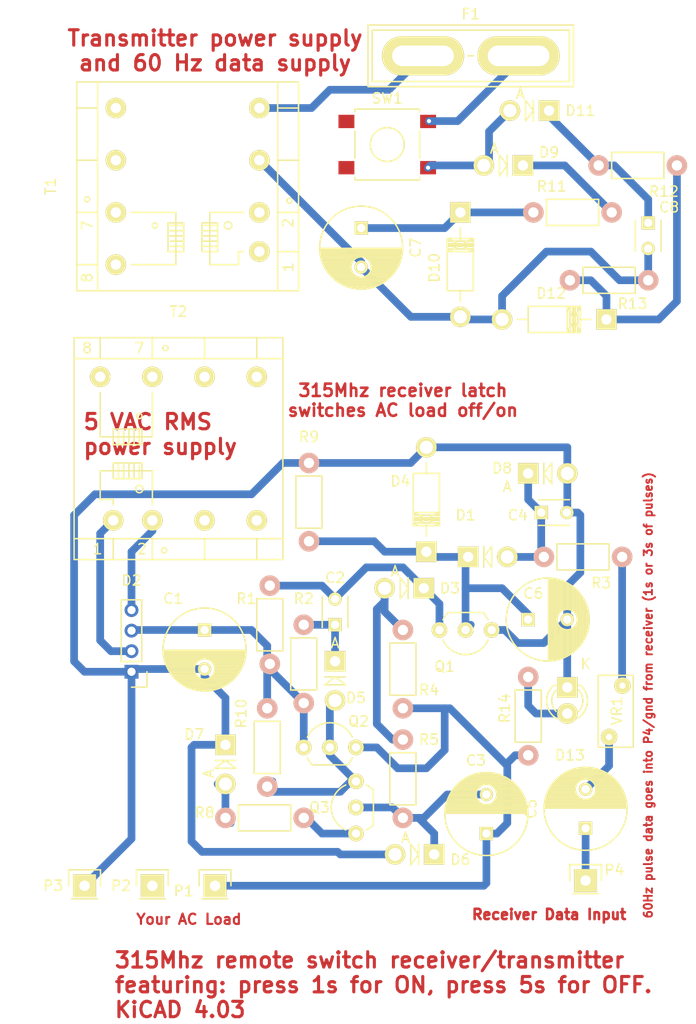
<source format=kicad_pcb>
(kicad_pcb (version 4) (host pcbnew 4.0.7)

  (general
    (links 66)
    (no_connects 2)
    (area 167.793999 74.829999 235.558001 174.588)
    (thickness 1.6)
    (drawings 12)
    (tracks 195)
    (zones 0)
    (modules 45)
    (nets 27)
  )

  (page A4)
  (layers
    (0 F.Cu signal)
    (31 B.Cu signal)
    (32 B.Adhes user)
    (33 F.Adhes user)
    (34 B.Paste user)
    (35 F.Paste user)
    (36 B.SilkS user)
    (37 F.SilkS user)
    (38 B.Mask user)
    (39 F.Mask user)
    (40 Dwgs.User user)
    (41 Cmts.User user)
    (42 Eco1.User user)
    (43 Eco2.User user)
    (44 Edge.Cuts user)
    (45 Margin user)
    (46 B.CrtYd user)
    (47 F.CrtYd user)
    (48 B.Fab user)
    (49 F.Fab user)
  )

  (setup
    (last_trace_width 0.75)
    (trace_clearance 0.4)
    (zone_clearance 0.508)
    (zone_45_only no)
    (trace_min 0.2)
    (segment_width 0.2)
    (edge_width 0.15)
    (via_size 0.41)
    (via_drill 0.4)
    (via_min_size 0.4)
    (via_min_drill 0.3)
    (uvia_size 0.3)
    (uvia_drill 0.1)
    (uvias_allowed no)
    (uvia_min_size 0.2)
    (uvia_min_drill 0.1)
    (pcb_text_width 0.3)
    (pcb_text_size 1.5 1.5)
    (mod_edge_width 0.15)
    (mod_text_size 1 1)
    (mod_text_width 0.15)
    (pad_size 1.524 1.524)
    (pad_drill 0.762)
    (pad_to_mask_clearance 0.2)
    (aux_axis_origin 0 0)
    (visible_elements 7FFFFFFF)
    (pcbplotparams
      (layerselection 0x00030_80000001)
      (usegerberextensions false)
      (excludeedgelayer true)
      (linewidth 1.000000)
      (plotframeref false)
      (viasonmask false)
      (mode 1)
      (useauxorigin false)
      (hpglpennumber 1)
      (hpglpenspeed 20)
      (hpglpendiameter 15)
      (hpglpenoverlay 2)
      (psnegative false)
      (psa4output false)
      (plotreference true)
      (plotvalue true)
      (plotinvisibletext false)
      (padsonsilk false)
      (subtractmaskfromsilk false)
      (outputformat 1)
      (mirror false)
      (drillshape 1)
      (scaleselection 1)
      (outputdirectory ""))
  )

  (net 0 "")
  (net 1 "Net-(C2-Pad1)")
  (net 2 "Net-(C2-Pad2)")
  (net 3 "Net-(C4-Pad1)")
  (net 4 "Net-(D2-Pad2)")
  (net 5 "Net-(D2-Pad4)")
  (net 6 "Net-(C6-Pad1)")
  (net 7 "Net-(D3-Pad2)")
  (net 8 "Net-(Q3-Pad1)")
  (net 9 "Net-(C1-Pad1)")
  (net 10 "Net-(C1-Pad2)")
  (net 11 "Net-(D5-Pad2)")
  (net 12 "Net-(C3-Pad1)")
  (net 13 "Net-(C3-Pad2)")
  (net 14 "Net-(D7-Pad2)")
  (net 15 "Net-(C5-Pad1)")
  (net 16 "Net-(C7-Pad1)")
  (net 17 "Net-(C7-Pad2)")
  (net 18 "Net-(D9-Pad1)")
  (net 19 "Net-(F1-Pad2)")
  (net 20 "Net-(C8-Pad1)")
  (net 21 "Net-(D11-Pad2)")
  (net 22 "Net-(D12-Pad1)")
  (net 23 "Net-(F1-Pad1)")
  (net 24 "Net-(C5-Pad2)")
  (net 25 "Net-(R3-Pad1)")
  (net 26 "Net-(D13-Pad2)")

  (net_class Default "This is the default net class."
    (clearance 0.4)
    (trace_width 0.75)
    (via_dia 0.41)
    (via_drill 0.4)
    (uvia_dia 0.3)
    (uvia_drill 0.1)
    (add_net "Net-(C1-Pad1)")
    (add_net "Net-(C1-Pad2)")
    (add_net "Net-(C2-Pad1)")
    (add_net "Net-(C2-Pad2)")
    (add_net "Net-(C3-Pad1)")
    (add_net "Net-(C3-Pad2)")
    (add_net "Net-(C4-Pad1)")
    (add_net "Net-(C5-Pad1)")
    (add_net "Net-(C5-Pad2)")
    (add_net "Net-(C6-Pad1)")
    (add_net "Net-(C7-Pad1)")
    (add_net "Net-(C7-Pad2)")
    (add_net "Net-(C8-Pad1)")
    (add_net "Net-(D11-Pad2)")
    (add_net "Net-(D12-Pad1)")
    (add_net "Net-(D13-Pad2)")
    (add_net "Net-(D2-Pad2)")
    (add_net "Net-(D2-Pad4)")
    (add_net "Net-(D3-Pad2)")
    (add_net "Net-(D5-Pad2)")
    (add_net "Net-(D7-Pad2)")
    (add_net "Net-(D9-Pad1)")
    (add_net "Net-(F1-Pad1)")
    (add_net "Net-(F1-Pad2)")
    (add_net "Net-(Q3-Pad1)")
    (add_net "Net-(R3-Pad1)")
  )

  (module Resistors_ThroughHole:Resistor_Horizontal_RM7mm (layer F.Cu) (tedit 580B4C4B) (tstamp 57FEE69D)
    (at 223.266 102.108)
    (descr "Resistor, Axial,  RM 7.62mm, 1/3W,")
    (tags "Resistor Axial RM 7.62mm 1/3W R3")
    (path /57FEE0BB)
    (fp_text reference R13 (at 6.096 2.286 180) (layer F.SilkS)
      (effects (font (size 1 1) (thickness 0.15)))
    )
    (fp_text value 1meg (at 4.064 0) (layer F.Fab)
      (effects (font (size 1 1) (thickness 0.15)))
    )
    (fp_line (start -1.25 -1.5) (end 8.85 -1.5) (layer F.CrtYd) (width 0.05))
    (fp_line (start -1.25 1.5) (end -1.25 -1.5) (layer F.CrtYd) (width 0.05))
    (fp_line (start 8.85 -1.5) (end 8.85 1.5) (layer F.CrtYd) (width 0.05))
    (fp_line (start -1.25 1.5) (end 8.85 1.5) (layer F.CrtYd) (width 0.05))
    (fp_line (start 1.27 -1.27) (end 6.35 -1.27) (layer F.SilkS) (width 0.15))
    (fp_line (start 6.35 -1.27) (end 6.35 1.27) (layer F.SilkS) (width 0.15))
    (fp_line (start 6.35 1.27) (end 1.27 1.27) (layer F.SilkS) (width 0.15))
    (fp_line (start 1.27 1.27) (end 1.27 -1.27) (layer F.SilkS) (width 0.15))
    (pad 1 thru_hole circle (at 0 0) (size 1.99898 1.99898) (drill 1.00076) (layers *.Cu *.SilkS *.Mask)
      (net 22 "Net-(D12-Pad1)"))
    (pad 2 thru_hole circle (at 7.62 0) (size 1.99898 1.99898) (drill 1.00076) (layers *.Cu *.SilkS *.Mask)
      (net 17 "Net-(C7-Pad2)"))
  )

  (module Resistors_ThroughHole:Resistor_Horizontal_RM7mm (layer F.Cu) (tedit 57F85BA1) (tstamp 57F85AE0)
    (at 228.346 129.032 180)
    (descr "Resistor, Axial,  RM 7.62mm, 1/3W,")
    (tags "Resistor Axial RM 7.62mm 1/3W R3")
    (path /57E7FC3F)
    (fp_text reference R3 (at 2.032 -2.54 180) (layer F.SilkS)
      (effects (font (size 1 1) (thickness 0.15)))
    )
    (fp_text value 1K (at 4.064 0 180) (layer F.Fab)
      (effects (font (size 1 1) (thickness 0.15)))
    )
    (fp_line (start -1.25 -1.5) (end 8.85 -1.5) (layer F.CrtYd) (width 0.05))
    (fp_line (start -1.25 1.5) (end -1.25 -1.5) (layer F.CrtYd) (width 0.05))
    (fp_line (start 8.85 -1.5) (end 8.85 1.5) (layer F.CrtYd) (width 0.05))
    (fp_line (start -1.25 1.5) (end 8.85 1.5) (layer F.CrtYd) (width 0.05))
    (fp_line (start 1.27 -1.27) (end 6.35 -1.27) (layer F.SilkS) (width 0.15))
    (fp_line (start 6.35 -1.27) (end 6.35 1.27) (layer F.SilkS) (width 0.15))
    (fp_line (start 6.35 1.27) (end 1.27 1.27) (layer F.SilkS) (width 0.15))
    (fp_line (start 1.27 1.27) (end 1.27 -1.27) (layer F.SilkS) (width 0.15))
    (pad 1 thru_hole circle (at 0 0 180) (size 1.99898 1.99898) (drill 1.00076) (layers *.Cu *.SilkS *.Mask)
      (net 25 "Net-(R3-Pad1)"))
    (pad 2 thru_hole circle (at 7.62 0 180) (size 1.99898 1.99898) (drill 1.00076) (layers *.Cu *.SilkS *.Mask)
      (net 3 "Net-(C4-Pad1)"))
  )

  (module Capacitors_ThroughHole:C_Disc_D3_P2.5 (layer F.Cu) (tedit 57F855B6) (tstamp 57E99753)
    (at 200.406 135.636 90)
    (descr "Capacitor 3mm Disc, Pitch 2.5mm")
    (tags Capacitor)
    (path /57E810EA)
    (fp_text reference C2 (at 4.572 0 180) (layer F.SilkS)
      (effects (font (size 1 1) (thickness 0.15)))
    )
    (fp_text value 1uF (at 2.032 2.54 360) (layer F.Fab)
      (effects (font (size 1 1) (thickness 0.15)))
    )
    (fp_line (start -0.9 -1.5) (end 3.4 -1.5) (layer F.CrtYd) (width 0.05))
    (fp_line (start 3.4 -1.5) (end 3.4 1.5) (layer F.CrtYd) (width 0.05))
    (fp_line (start 3.4 1.5) (end -0.9 1.5) (layer F.CrtYd) (width 0.05))
    (fp_line (start -0.9 1.5) (end -0.9 -1.5) (layer F.CrtYd) (width 0.05))
    (fp_line (start -0.25 -1.25) (end 2.75 -1.25) (layer F.SilkS) (width 0.15))
    (fp_line (start 2.75 1.25) (end -0.25 1.25) (layer F.SilkS) (width 0.15))
    (pad 1 thru_hole rect (at 0 0 90) (size 1.3 1.3) (drill 0.8) (layers *.Cu *.Mask F.SilkS)
      (net 1 "Net-(C2-Pad1)"))
    (pad 2 thru_hole circle (at 2.5 0 90) (size 1.3 1.3) (drill 0.8001) (layers *.Cu *.Mask F.SilkS)
      (net 2 "Net-(C2-Pad2)"))
    (model Capacitors_ThroughHole.3dshapes/C_Disc_D3_P2.5.wrl
      (at (xyz 0.0492126 0 0))
      (scale (xyz 1 1 1))
      (rotate (xyz 0 0 0))
    )
  )

  (module Capacitors_ThroughHole:C_Disc_D3_P2.5 (layer F.Cu) (tedit 580B47CC) (tstamp 57E9976B)
    (at 220.472 124.714)
    (descr "Capacitor 3mm Disc, Pitch 2.5mm")
    (tags Capacitor)
    (path /57E7FC10)
    (fp_text reference C4 (at -2.286 0.254 180) (layer F.SilkS)
      (effects (font (size 1 1) (thickness 0.15)))
    )
    (fp_text value 2uf (at 5.08 -1.524 180) (layer F.Fab)
      (effects (font (size 1 1) (thickness 0.15)))
    )
    (fp_line (start -0.9 -1.5) (end 3.4 -1.5) (layer F.CrtYd) (width 0.05))
    (fp_line (start 3.4 -1.5) (end 3.4 1.5) (layer F.CrtYd) (width 0.05))
    (fp_line (start 3.4 1.5) (end -0.9 1.5) (layer F.CrtYd) (width 0.05))
    (fp_line (start -0.9 1.5) (end -0.9 -1.5) (layer F.CrtYd) (width 0.05))
    (fp_line (start -0.25 -1.25) (end 2.75 -1.25) (layer F.SilkS) (width 0.15))
    (fp_line (start 2.75 1.25) (end -0.25 1.25) (layer F.SilkS) (width 0.15))
    (pad 1 thru_hole rect (at 0 0) (size 1.3 1.3) (drill 0.8) (layers *.Cu *.Mask F.SilkS)
      (net 3 "Net-(C4-Pad1)"))
    (pad 2 thru_hole circle (at 2.5 0) (size 1.3 1.3) (drill 0.8001) (layers *.Cu *.Mask F.SilkS)
      (net 10 "Net-(C1-Pad2)"))
    (model Capacitors_ThroughHole.3dshapes/C_Disc_D3_P2.5.wrl
      (at (xyz 0.0492126 0 0))
      (scale (xyz 1 1 1))
      (rotate (xyz 0 0 0))
    )
  )

  (module Pin_Headers:Pin_Header_Straight_1x04_Pitch2.00mm (layer F.Cu) (tedit 57EDD347) (tstamp 57E99789)
    (at 180.594 140.208 180)
    (descr "Through hole pin header, 1x04, 2.00mm pitch, single row")
    (tags "pin header single row")
    (path /57E85EAD)
    (fp_text reference D2 (at 0 8.89 180) (layer F.SilkS)
      (effects (font (size 1 1) (thickness 0.15)))
    )
    (fp_text value Diode_Bridge (at 6.604 2.286 180) (layer F.Fab)
      (effects (font (size 1 1) (thickness 0.15)))
    )
    (fp_line (start -1 1) (end 1 1) (layer F.SilkS) (width 0.15))
    (fp_line (start 1 1) (end 1 7) (layer F.SilkS) (width 0.15))
    (fp_line (start 1 7) (end -1 7) (layer F.SilkS) (width 0.15))
    (fp_line (start -1 7) (end -1 1) (layer F.SilkS) (width 0.15))
    (fp_line (start -1.6 -1.6) (end 1.6 -1.6) (layer F.CrtYd) (width 0.05))
    (fp_line (start 1.6 -1.6) (end 1.6 7.6) (layer F.CrtYd) (width 0.05))
    (fp_line (start 1.6 7.6) (end -1.6 7.6) (layer F.CrtYd) (width 0.05))
    (fp_line (start -1.6 7.6) (end -1.6 -1.6) (layer F.CrtYd) (width 0.05))
    (fp_line (start -1.5 0) (end -1.5 -1.5) (layer F.SilkS) (width 0.15))
    (fp_line (start -1.5 -1.5) (end 0 -1.5) (layer F.SilkS) (width 0.15))
    (pad 1 thru_hole rect (at 0 0 180) (size 1.35 1.35) (drill 0.8) (layers *.Cu *.Mask)
      (net 10 "Net-(C1-Pad2)"))
    (pad 2 thru_hole circle (at 0 2 180) (size 1.35 1.35) (drill 0.8) (layers *.Cu *.Mask)
      (net 4 "Net-(D2-Pad2)"))
    (pad 3 thru_hole circle (at 0 4 180) (size 1.35 1.35) (drill 0.8) (layers *.Cu *.Mask)
      (net 9 "Net-(C1-Pad1)"))
    (pad 4 thru_hole circle (at 0 6 180) (size 1.35 1.35) (drill 0.8) (layers *.Cu *.Mask)
      (net 5 "Net-(D2-Pad4)"))
    (model Pin_Headers.3dshapes/Pin_Header_Straight_1x04_Pitch2.00mm.wrl
      (at (xyz 0 0 0))
      (scale (xyz 1 1 1))
      (rotate (xyz 0 0 0))
    )
  )

  (module Transformers_SMPS_ThroughHole:Coilcraft-Q4434-B_Rhombus-T1311 (layer F.Cu) (tedit 57EDD241) (tstamp 57EAB15C)
    (at 185.166 119.126)
    (descr "Transformator, Transformer, Flyback, Coilcraft Q4434-B, Rgombus T1311,")
    (tags "Transformator, Transformer, Flyback, Coilcraft Q4434-B, Rgombus T1311,")
    (path /57E85DDB)
    (fp_text reference T2 (at 0 -13.97) (layer F.SilkS)
      (effects (font (size 1 1) (thickness 0.15)))
    )
    (fp_text value TRANSFO (at 2.794 9.144) (layer F.Fab)
      (effects (font (size 1 1) (thickness 0.15)))
    )
    (fp_line (start -6.35 8.128) (end -6.35 10.16) (layer F.SilkS) (width 0.15))
    (fp_line (start -2.54 8.128) (end -2.54 10.16) (layer F.SilkS) (width 0.15))
    (fp_line (start 2.54 8.128) (end 2.54 10.033) (layer F.SilkS) (width 0.15))
    (fp_line (start 7.62 8.128) (end 7.62 10.033) (layer F.SilkS) (width 0.15))
    (fp_line (start 10.16 8.128) (end 10.16 10.033) (layer F.SilkS) (width 0.15))
    (fp_line (start -10.16 8.128) (end -10.16 10.16) (layer F.SilkS) (width 0.15))
    (fp_line (start -10.16 10.16) (end 10.16 10.16) (layer F.SilkS) (width 0.15))
    (fp_text user 8 (at -8.89 -10.414) (layer F.SilkS)
      (effects (font (size 1 1) (thickness 0.15)))
    )
    (fp_text user 7 (at -3.81 -10.414) (layer F.SilkS)
      (effects (font (size 1 1) (thickness 0.15)))
    )
    (fp_text user 2 (at -3.556 9.144) (layer F.SilkS)
      (effects (font (size 1 1) (thickness 0.15)))
    )
    (fp_text user 1 (at -7.874 9.144) (layer F.SilkS)
      (effects (font (size 1 1) (thickness 0.15)))
    )
    (fp_circle (center -1.397 9.271) (end -1.397 9.525) (layer F.SilkS) (width 0.15))
    (fp_circle (center -1.27 -10.414) (end -1.27 -10.16) (layer F.SilkS) (width 0.15))
    (fp_circle (center -3.81 -3.81) (end -3.81 -3.556) (layer F.SilkS) (width 0.15))
    (fp_circle (center -3.81 3.302) (end -3.556 3.556) (layer F.SilkS) (width 0.15))
    (fp_line (start -3.81 1.016) (end -3.81 2.286) (layer F.SilkS) (width 0.15))
    (fp_line (start -4.318 0.762) (end -4.318 2.286) (layer F.SilkS) (width 0.15))
    (fp_line (start -4.826 0.762) (end -4.826 2.286) (layer F.SilkS) (width 0.15))
    (fp_line (start -5.334 0.762) (end -5.334 2.286) (layer F.SilkS) (width 0.15))
    (fp_line (start -5.842 0.762) (end -5.842 2.286) (layer F.SilkS) (width 0.15))
    (fp_line (start -6.35 0.762) (end -6.35 2.286) (layer F.SilkS) (width 0.15))
    (fp_line (start -6.35 2.286) (end -3.556 2.286) (layer F.SilkS) (width 0.15))
    (fp_line (start -3.556 2.286) (end -3.556 0.762) (layer F.SilkS) (width 0.15))
    (fp_line (start -3.556 0.762) (end -6.35 0.762) (layer F.SilkS) (width 0.15))
    (fp_line (start -6.35 1.524) (end -7.62 1.524) (layer F.SilkS) (width 0.15))
    (fp_line (start -7.62 1.524) (end -7.62 4.318) (layer F.SilkS) (width 0.15))
    (fp_line (start -7.62 4.318) (end -6.35 4.318) (layer F.SilkS) (width 0.15))
    (fp_line (start -6.35 4.318) (end -6.35 4.826) (layer F.SilkS) (width 0.15))
    (fp_line (start -6.35 1.524) (end -2.54 1.524) (layer F.SilkS) (width 0.15))
    (fp_line (start -2.54 1.524) (end -2.54 4.826) (layer F.SilkS) (width 0.15))
    (fp_line (start -3.81 -2.54) (end -3.81 -1.016) (layer F.SilkS) (width 0.15))
    (fp_line (start -4.318 -2.54) (end -4.318 -1.016) (layer F.SilkS) (width 0.15))
    (fp_line (start -4.826 -2.54) (end -4.826 -1.016) (layer F.SilkS) (width 0.15))
    (fp_line (start -5.334 -2.286) (end -5.334 -1.016) (layer F.SilkS) (width 0.15))
    (fp_line (start -5.842 -2.286) (end -5.842 -1.016) (layer F.SilkS) (width 0.15))
    (fp_line (start -6.35 -2.54) (end -3.556 -2.54) (layer F.SilkS) (width 0.15))
    (fp_line (start -3.556 -2.54) (end -3.556 -1.016) (layer F.SilkS) (width 0.15))
    (fp_line (start -3.556 -1.016) (end -6.35 -1.016) (layer F.SilkS) (width 0.15))
    (fp_line (start -6.35 -1.016) (end -6.35 -2.54) (layer F.SilkS) (width 0.15))
    (fp_line (start -7.62 -6.096) (end -7.62 -4.572) (layer F.SilkS) (width 0.15))
    (fp_line (start -7.62 -4.572) (end -7.62 -1.778) (layer F.SilkS) (width 0.15))
    (fp_line (start -7.62 -1.778) (end -2.54 -1.778) (layer F.SilkS) (width 0.15))
    (fp_line (start -2.54 -1.778) (end -2.54 -6.096) (layer F.SilkS) (width 0.15))
    (fp_line (start -7.62 -9.398) (end -7.62 -11.43) (layer F.SilkS) (width 0.15))
    (fp_line (start -2.54 -9.398) (end -2.54 -11.43) (layer F.SilkS) (width 0.15))
    (fp_line (start 2.54 -9.398) (end 2.54 -11.43) (layer F.SilkS) (width 0.15))
    (fp_line (start 7.62 -9.398) (end 7.62 -11.43) (layer F.SilkS) (width 0.15))
    (fp_line (start 10.16 -11.43) (end 10.16 -9.398) (layer F.SilkS) (width 0.15))
    (fp_line (start -10.16 -11.43) (end -10.16 -9.398) (layer F.SilkS) (width 0.15))
    (fp_line (start 10.16 -11.43) (end -10.16 -11.43) (layer F.SilkS) (width 0.15))
    (fp_line (start 10.16 -9.398) (end -10.16 -9.398) (layer F.SilkS) (width 0.15))
    (fp_line (start -10.16 -9.398) (end -10.16 8.128) (layer F.SilkS) (width 0.15))
    (fp_line (start -10.16 8.128) (end 10.16 8.128) (layer F.SilkS) (width 0.15))
    (fp_line (start 10.16 8.128) (end 10.16 -9.398) (layer F.SilkS) (width 0.15))
    (pad 5 thru_hole circle (at 7.62 -7.62) (size 1.99898 1.99898) (drill 1.00076) (layers *.Cu *.Mask F.SilkS))
    (pad 6 thru_hole circle (at 2.54 -7.62) (size 1.99898 1.99898) (drill 1.00076) (layers *.Cu *.Mask F.SilkS))
    (pad 7 thru_hole circle (at -2.54 -7.62) (size 1.99898 1.99898) (drill 1.00076) (layers *.Cu *.Mask F.SilkS))
    (pad 8 thru_hole circle (at -7.62 -7.62) (size 1.99898 1.99898) (drill 1.00076) (layers *.Cu *.Mask F.SilkS))
    (pad 1 thru_hole circle (at -6.35 6.35) (size 1.99898 1.99898) (drill 1.00076) (layers *.Cu *.Mask F.SilkS)
      (net 4 "Net-(D2-Pad2)"))
    (pad 2 thru_hole circle (at -2.54 6.35) (size 1.99898 1.99898) (drill 1.00076) (layers *.Cu *.Mask F.SilkS)
      (net 5 "Net-(D2-Pad4)"))
    (pad 3 thru_hole circle (at 2.54 6.35) (size 1.99898 1.99898) (drill 1.00076) (layers *.Cu *.Mask F.SilkS))
    (pad 4 thru_hole circle (at 7.62 6.35) (size 1.99898 1.99898) (drill 1.00076) (layers *.Cu *.Mask F.SilkS))
  )

  (module Resistors_ThroughHole:Resistor_Horizontal_RM7mm (layer F.Cu) (tedit 57F6E244) (tstamp 57EBC598)
    (at 194.056 139.446 90)
    (descr "Resistor, Axial,  RM 7.62mm, 1/3W,")
    (tags "Resistor Axial RM 7.62mm 1/3W R3")
    (path /57E8104D)
    (fp_text reference R1 (at 6.35 -2.286 180) (layer F.SilkS)
      (effects (font (size 1 1) (thickness 0.15)))
    )
    (fp_text value 330K (at 3.81 0 90) (layer F.Fab)
      (effects (font (size 1 1) (thickness 0.15)))
    )
    (fp_line (start -1.25 -1.5) (end 8.85 -1.5) (layer F.CrtYd) (width 0.05))
    (fp_line (start -1.25 1.5) (end -1.25 -1.5) (layer F.CrtYd) (width 0.05))
    (fp_line (start 8.85 -1.5) (end 8.85 1.5) (layer F.CrtYd) (width 0.05))
    (fp_line (start -1.25 1.5) (end 8.85 1.5) (layer F.CrtYd) (width 0.05))
    (fp_line (start 1.27 -1.27) (end 6.35 -1.27) (layer F.SilkS) (width 0.15))
    (fp_line (start 6.35 -1.27) (end 6.35 1.27) (layer F.SilkS) (width 0.15))
    (fp_line (start 6.35 1.27) (end 1.27 1.27) (layer F.SilkS) (width 0.15))
    (fp_line (start 1.27 1.27) (end 1.27 -1.27) (layer F.SilkS) (width 0.15))
    (pad 1 thru_hole circle (at 0 0 90) (size 1.99898 1.99898) (drill 1.00076) (layers *.Cu *.SilkS *.Mask)
      (net 9 "Net-(C1-Pad1)"))
    (pad 2 thru_hole circle (at 7.62 0 90) (size 1.99898 1.99898) (drill 1.00076) (layers *.Cu *.SilkS *.Mask)
      (net 2 "Net-(C2-Pad2)"))
  )

  (module Resistors_ThroughHole:Resistor_Horizontal_RM7mm (layer F.Cu) (tedit 57F855BA) (tstamp 57EBC5A5)
    (at 197.358 143.256 90)
    (descr "Resistor, Axial,  RM 7.62mm, 1/3W,")
    (tags "Resistor Axial RM 7.62mm 1/3W R3")
    (path /57E81098)
    (fp_text reference R2 (at 10.16 0 180) (layer F.SilkS)
      (effects (font (size 1 1) (thickness 0.15)))
    )
    (fp_text value 100K (at 3.81 0 90) (layer F.Fab)
      (effects (font (size 1 1) (thickness 0.15)))
    )
    (fp_line (start -1.25 -1.5) (end 8.85 -1.5) (layer F.CrtYd) (width 0.05))
    (fp_line (start -1.25 1.5) (end -1.25 -1.5) (layer F.CrtYd) (width 0.05))
    (fp_line (start 8.85 -1.5) (end 8.85 1.5) (layer F.CrtYd) (width 0.05))
    (fp_line (start -1.25 1.5) (end 8.85 1.5) (layer F.CrtYd) (width 0.05))
    (fp_line (start 1.27 -1.27) (end 6.35 -1.27) (layer F.SilkS) (width 0.15))
    (fp_line (start 6.35 -1.27) (end 6.35 1.27) (layer F.SilkS) (width 0.15))
    (fp_line (start 6.35 1.27) (end 1.27 1.27) (layer F.SilkS) (width 0.15))
    (fp_line (start 1.27 1.27) (end 1.27 -1.27) (layer F.SilkS) (width 0.15))
    (pad 1 thru_hole circle (at 0 0 90) (size 1.99898 1.99898) (drill 1.00076) (layers *.Cu *.SilkS *.Mask)
      (net 9 "Net-(C1-Pad1)"))
    (pad 2 thru_hole circle (at 7.62 0 90) (size 1.99898 1.99898) (drill 1.00076) (layers *.Cu *.SilkS *.Mask)
      (net 1 "Net-(C2-Pad1)"))
  )

  (module Resistors_ThroughHole:Resistor_Horizontal_RM7mm (layer F.Cu) (tedit 57EDD05E) (tstamp 57EBC5BF)
    (at 207.01 143.764 90)
    (descr "Resistor, Axial,  RM 7.62mm, 1/3W,")
    (tags "Resistor Axial RM 7.62mm 1/3W R3")
    (path /57E832F0)
    (fp_text reference R4 (at 1.778 2.54 180) (layer F.SilkS)
      (effects (font (size 1 1) (thickness 0.15)))
    )
    (fp_text value 100K (at 3.81 0 270) (layer F.Fab)
      (effects (font (size 1 1) (thickness 0.15)))
    )
    (fp_line (start -1.25 -1.5) (end 8.85 -1.5) (layer F.CrtYd) (width 0.05))
    (fp_line (start -1.25 1.5) (end -1.25 -1.5) (layer F.CrtYd) (width 0.05))
    (fp_line (start 8.85 -1.5) (end 8.85 1.5) (layer F.CrtYd) (width 0.05))
    (fp_line (start -1.25 1.5) (end 8.85 1.5) (layer F.CrtYd) (width 0.05))
    (fp_line (start 1.27 -1.27) (end 6.35 -1.27) (layer F.SilkS) (width 0.15))
    (fp_line (start 6.35 -1.27) (end 6.35 1.27) (layer F.SilkS) (width 0.15))
    (fp_line (start 6.35 1.27) (end 1.27 1.27) (layer F.SilkS) (width 0.15))
    (fp_line (start 1.27 1.27) (end 1.27 -1.27) (layer F.SilkS) (width 0.15))
    (pad 1 thru_hole circle (at 0 0 90) (size 1.99898 1.99898) (drill 1.00076) (layers *.Cu *.SilkS *.Mask)
      (net 12 "Net-(C3-Pad1)"))
    (pad 2 thru_hole circle (at 7.62 0 90) (size 1.99898 1.99898) (drill 1.00076) (layers *.Cu *.SilkS *.Mask)
      (net 7 "Net-(D3-Pad2)"))
  )

  (module Resistors_ThroughHole:Resistor_Horizontal_RM7mm (layer F.Cu) (tedit 57F856F0) (tstamp 57EBC5CC)
    (at 207.01 146.812 270)
    (descr "Resistor, Axial,  RM 7.62mm, 1/3W,")
    (tags "Resistor Axial RM 7.62mm 1/3W R3")
    (path /57E83337)
    (fp_text reference R5 (at 0 -2.54 360) (layer F.SilkS)
      (effects (font (size 1 1) (thickness 0.15)))
    )
    (fp_text value 330K (at 3.81 0 270) (layer F.Fab)
      (effects (font (size 1 1) (thickness 0.15)))
    )
    (fp_line (start -1.25 -1.5) (end 8.85 -1.5) (layer F.CrtYd) (width 0.05))
    (fp_line (start -1.25 1.5) (end -1.25 -1.5) (layer F.CrtYd) (width 0.05))
    (fp_line (start 8.85 -1.5) (end 8.85 1.5) (layer F.CrtYd) (width 0.05))
    (fp_line (start -1.25 1.5) (end 8.85 1.5) (layer F.CrtYd) (width 0.05))
    (fp_line (start 1.27 -1.27) (end 6.35 -1.27) (layer F.SilkS) (width 0.15))
    (fp_line (start 6.35 -1.27) (end 6.35 1.27) (layer F.SilkS) (width 0.15))
    (fp_line (start 6.35 1.27) (end 1.27 1.27) (layer F.SilkS) (width 0.15))
    (fp_line (start 1.27 1.27) (end 1.27 -1.27) (layer F.SilkS) (width 0.15))
    (pad 1 thru_hole circle (at 0 0 270) (size 1.99898 1.99898) (drill 1.00076) (layers *.Cu *.SilkS *.Mask)
      (net 7 "Net-(D3-Pad2)"))
    (pad 2 thru_hole circle (at 7.62 0 270) (size 1.99898 1.99898) (drill 1.00076) (layers *.Cu *.SilkS *.Mask)
      (net 13 "Net-(C3-Pad2)"))
  )

  (module Pin_Headers:Pin_Header_Straight_1x01 (layer F.Cu) (tedit 57F4601B) (tstamp 57EA955A)
    (at 188.722 161.036)
    (descr "Through hole pin header")
    (tags "pin header")
    (path /57EAAC69)
    (fp_text reference P1 (at -3.048 0.508) (layer F.SilkS)
      (effects (font (size 1 1) (thickness 0.15)))
    )
    (fp_text value CONN_01X01 (at 1.016 -2.54) (layer F.Fab)
      (effects (font (size 1 1) (thickness 0.15)))
    )
    (fp_line (start 1.55 -1.55) (end 1.55 0) (layer F.SilkS) (width 0.15))
    (fp_line (start -1.75 -1.75) (end -1.75 1.75) (layer F.CrtYd) (width 0.05))
    (fp_line (start 1.75 -1.75) (end 1.75 1.75) (layer F.CrtYd) (width 0.05))
    (fp_line (start -1.75 -1.75) (end 1.75 -1.75) (layer F.CrtYd) (width 0.05))
    (fp_line (start -1.75 1.75) (end 1.75 1.75) (layer F.CrtYd) (width 0.05))
    (fp_line (start -1.55 0) (end -1.55 -1.55) (layer F.SilkS) (width 0.15))
    (fp_line (start -1.55 -1.55) (end 1.55 -1.55) (layer F.SilkS) (width 0.15))
    (fp_line (start -1.27 1.27) (end 1.27 1.27) (layer F.SilkS) (width 0.15))
    (pad 1 thru_hole rect (at 0 0) (size 2.2352 2.2352) (drill 1.016) (layers *.Cu *.Mask F.SilkS)
      (net 12 "Net-(C3-Pad1)"))
    (model Pin_Headers.3dshapes/Pin_Header_Straight_1x01.wrl
      (at (xyz 0 0 0))
      (scale (xyz 1 1 1))
      (rotate (xyz 0 0 90))
    )
  )

  (module Pin_Headers:Pin_Header_Straight_1x01 (layer F.Cu) (tedit 57F46032) (tstamp 57EA955F)
    (at 182.626 161.036)
    (descr "Through hole pin header")
    (tags "pin header")
    (path /57EABFA4)
    (fp_text reference P2 (at -3.048 0) (layer F.SilkS)
      (effects (font (size 1 1) (thickness 0.15)))
    )
    (fp_text value CONN_01X01 (at 0 -4.064) (layer F.Fab)
      (effects (font (size 1 1) (thickness 0.15)))
    )
    (fp_line (start 1.55 -1.55) (end 1.55 0) (layer F.SilkS) (width 0.15))
    (fp_line (start -1.75 -1.75) (end -1.75 1.75) (layer F.CrtYd) (width 0.05))
    (fp_line (start 1.75 -1.75) (end 1.75 1.75) (layer F.CrtYd) (width 0.05))
    (fp_line (start -1.75 -1.75) (end 1.75 -1.75) (layer F.CrtYd) (width 0.05))
    (fp_line (start -1.75 1.75) (end 1.75 1.75) (layer F.CrtYd) (width 0.05))
    (fp_line (start -1.55 0) (end -1.55 -1.55) (layer F.SilkS) (width 0.15))
    (fp_line (start -1.55 -1.55) (end 1.55 -1.55) (layer F.SilkS) (width 0.15))
    (fp_line (start -1.27 1.27) (end 1.27 1.27) (layer F.SilkS) (width 0.15))
    (pad 1 thru_hole rect (at 0 0) (size 2.2352 2.2352) (drill 1.016) (layers *.Cu *.Mask F.SilkS))
    (model Pin_Headers.3dshapes/Pin_Header_Straight_1x01.wrl
      (at (xyz 0 0 0))
      (scale (xyz 1 1 1))
      (rotate (xyz 0 0 90))
    )
  )

  (module Pin_Headers:Pin_Header_Straight_1x01 (layer F.Cu) (tedit 57F46015) (tstamp 57EA99E3)
    (at 176.022 161.036)
    (descr "Through hole pin header")
    (tags "pin header")
    (path /57EAABF4)
    (fp_text reference P3 (at -3.048 0) (layer F.SilkS)
      (effects (font (size 1 1) (thickness 0.15)))
    )
    (fp_text value CONN_01X01 (at -1.016 -2.54) (layer F.Fab)
      (effects (font (size 1 1) (thickness 0.15)))
    )
    (fp_line (start 1.55 -1.55) (end 1.55 0) (layer F.SilkS) (width 0.15))
    (fp_line (start -1.75 -1.75) (end -1.75 1.75) (layer F.CrtYd) (width 0.05))
    (fp_line (start 1.75 -1.75) (end 1.75 1.75) (layer F.CrtYd) (width 0.05))
    (fp_line (start -1.75 -1.75) (end 1.75 -1.75) (layer F.CrtYd) (width 0.05))
    (fp_line (start -1.75 1.75) (end 1.75 1.75) (layer F.CrtYd) (width 0.05))
    (fp_line (start -1.55 0) (end -1.55 -1.55) (layer F.SilkS) (width 0.15))
    (fp_line (start -1.55 -1.55) (end 1.55 -1.55) (layer F.SilkS) (width 0.15))
    (fp_line (start -1.27 1.27) (end 1.27 1.27) (layer F.SilkS) (width 0.15))
    (pad 1 thru_hole rect (at 0 0) (size 2.2352 2.2352) (drill 1.016) (layers *.Cu *.Mask F.SilkS)
      (net 10 "Net-(C1-Pad2)"))
    (model Pin_Headers.3dshapes/Pin_Header_Straight_1x01.wrl
      (at (xyz 0 0 0))
      (scale (xyz 1 1 1))
      (rotate (xyz 0 0 90))
    )
  )

  (module Pin_Headers:Pin_Header_Straight_1x01 (layer F.Cu) (tedit 580B49EC) (tstamp 57F3E9FB)
    (at 224.79 160.528)
    (descr "Through hole pin header")
    (tags "pin header")
    (path /57EABCE6)
    (fp_text reference P4 (at 2.794 -1.016) (layer F.SilkS)
      (effects (font (size 1 1) (thickness 0.15)))
    )
    (fp_text value CONN_01X01 (at -4.318 0.762) (layer F.Fab)
      (effects (font (size 1 1) (thickness 0.15)))
    )
    (fp_line (start 1.55 -1.55) (end 1.55 0) (layer F.SilkS) (width 0.15))
    (fp_line (start -1.75 -1.75) (end -1.75 1.75) (layer F.CrtYd) (width 0.05))
    (fp_line (start 1.75 -1.75) (end 1.75 1.75) (layer F.CrtYd) (width 0.05))
    (fp_line (start -1.75 -1.75) (end 1.75 -1.75) (layer F.CrtYd) (width 0.05))
    (fp_line (start -1.75 1.75) (end 1.75 1.75) (layer F.CrtYd) (width 0.05))
    (fp_line (start -1.55 0) (end -1.55 -1.55) (layer F.SilkS) (width 0.15))
    (fp_line (start -1.55 -1.55) (end 1.55 -1.55) (layer F.SilkS) (width 0.15))
    (fp_line (start -1.27 1.27) (end 1.27 1.27) (layer F.SilkS) (width 0.15))
    (pad 1 thru_hole rect (at 0 0) (size 2.2352 2.2352) (drill 1.016) (layers *.Cu *.Mask F.SilkS)
      (net 15 "Net-(C5-Pad1)"))
    (model Pin_Headers.3dshapes/Pin_Header_Straight_1x01.wrl
      (at (xyz 0 0 0))
      (scale (xyz 1 1 1))
      (rotate (xyz 0 0 90))
    )
  )

  (module TO_SOT_Packages_THT:TO-92_Inline_Wide (layer F.Cu) (tedit 57F85BB7) (tstamp 57EAF026)
    (at 202.438 155.956 90)
    (descr "TO-92 leads in-line, wide, drill 0.8mm (see NXP sot054_po.pdf)")
    (tags "to-92 sc-43 sc-43a sot54 PA33 transistor")
    (path /57EADDBD)
    (fp_text reference Q3 (at 2.54 -3.556 360) (layer F.SilkS)
      (effects (font (size 1 1) (thickness 0.15)))
    )
    (fp_text value 2N4401 (at 4.064 3.048 90) (layer F.Fab)
      (effects (font (size 1 1) (thickness 0.15)))
    )
    (fp_arc (start 2.54 0) (end 0.84 1.7) (angle 20.5) (layer F.SilkS) (width 0.15))
    (fp_arc (start 2.54 0) (end 4.24 1.7) (angle -20.5) (layer F.SilkS) (width 0.15))
    (fp_line (start -1 1.95) (end -1 -2.65) (layer F.CrtYd) (width 0.05))
    (fp_line (start -1 1.95) (end 6.1 1.95) (layer F.CrtYd) (width 0.05))
    (fp_line (start 0.84 1.7) (end 4.24 1.7) (layer F.SilkS) (width 0.15))
    (fp_arc (start 2.54 0) (end 2.54 -2.4) (angle -65.55604127) (layer F.SilkS) (width 0.15))
    (fp_arc (start 2.54 0) (end 2.54 -2.4) (angle 65.55604127) (layer F.SilkS) (width 0.15))
    (fp_line (start -1 -2.65) (end 6.1 -2.65) (layer F.CrtYd) (width 0.05))
    (fp_line (start 6.1 1.95) (end 6.1 -2.65) (layer F.CrtYd) (width 0.05))
    (pad 2 thru_hole circle (at 2.54 0 180) (size 1.524 1.524) (drill 0.8) (layers *.Cu *.Mask F.SilkS)
      (net 13 "Net-(C3-Pad2)"))
    (pad 3 thru_hole circle (at 5.08 0 180) (size 1.524 1.524) (drill 0.8) (layers *.Cu *.Mask F.SilkS)
      (net 11 "Net-(D5-Pad2)"))
    (pad 1 thru_hole circle (at 0 0 180) (size 1.524 1.524) (drill 0.8) (layers *.Cu *.Mask F.SilkS)
      (net 8 "Net-(Q3-Pad1)"))
    (model TO_SOT_Packages_THT.3dshapes/TO-92_Inline_Wide.wrl
      (at (xyz 0.1 0 0))
      (scale (xyz 1 1 1))
      (rotate (xyz 0 0 -90))
    )
  )

  (module Diodes_ThroughHole:Diode_DO-41_SOD81_Vertical_AnodeUp (layer F.Cu) (tedit 580B4828) (tstamp 57EEEE53)
    (at 213.36 129.032)
    (descr "Diode, DO-41, SOD81, Vertical, Anode Up,")
    (tags "Diode, DO-41, SOD81, Vertical, Anode Up, 1N4007, SB140,")
    (path /57EEECDB)
    (fp_text reference D1 (at -0.254 -4.064) (layer F.SilkS)
      (effects (font (size 1 1) (thickness 0.15)))
    )
    (fp_text value 1N4148 (at 1.016 -2.286) (layer F.Fab)
      (effects (font (size 1 1) (thickness 0.15)))
    )
    (fp_text user A (at 0 0) (layer F.SilkS)
      (effects (font (size 1 1) (thickness 0.15)))
    )
    (fp_line (start 1.524 0) (end 2.286 1.016) (layer F.SilkS) (width 0.15))
    (fp_line (start 1.524 0) (end 2.286 -1.016) (layer F.SilkS) (width 0.15))
    (fp_line (start 1.524 -1.016) (end 1.524 1.016) (layer F.SilkS) (width 0.15))
    (fp_line (start 2.286 -1.016) (end 2.286 1.016) (layer F.SilkS) (width 0.15))
    (pad 2 thru_hole circle (at 3.81 0) (size 1.99898 1.99898) (drill 1.27) (layers *.Cu *.Mask F.SilkS)
      (net 3 "Net-(C4-Pad1)"))
    (pad 1 thru_hole rect (at 0 0) (size 1.99898 1.99898) (drill 1.00076) (layers *.Cu *.Mask F.SilkS)
      (net 6 "Net-(C6-Pad1)"))
  )

  (module Capacitors_ThroughHole:C_Radial_D8_L13_P3.8 (layer F.Cu) (tedit 580B47FF) (tstamp 57EEF6AC)
    (at 219.202 135.128)
    (descr "Radial Electrolytic Capacitor Diameter 8mm x Length 13mm, Pitch 3.8mm")
    (tags "Electrolytic Capacitor")
    (path /57EEF1B3)
    (fp_text reference C6 (at 0.508 -2.54) (layer F.SilkS)
      (effects (font (size 1 1) (thickness 0.15)))
    )
    (fp_text value 47uf (at 3.302 -1.524) (layer F.Fab)
      (effects (font (size 1 1) (thickness 0.15)))
    )
    (fp_line (start 1.975 -3.999) (end 1.975 3.999) (layer F.SilkS) (width 0.15))
    (fp_line (start 2.115 -3.994) (end 2.115 3.994) (layer F.SilkS) (width 0.15))
    (fp_line (start 2.255 -3.984) (end 2.255 3.984) (layer F.SilkS) (width 0.15))
    (fp_line (start 2.395 -3.969) (end 2.395 3.969) (layer F.SilkS) (width 0.15))
    (fp_line (start 2.535 -3.949) (end 2.535 3.949) (layer F.SilkS) (width 0.15))
    (fp_line (start 2.675 -3.924) (end 2.675 3.924) (layer F.SilkS) (width 0.15))
    (fp_line (start 2.815 -3.894) (end 2.815 -0.173) (layer F.SilkS) (width 0.15))
    (fp_line (start 2.815 0.173) (end 2.815 3.894) (layer F.SilkS) (width 0.15))
    (fp_line (start 2.955 -3.858) (end 2.955 -0.535) (layer F.SilkS) (width 0.15))
    (fp_line (start 2.955 0.535) (end 2.955 3.858) (layer F.SilkS) (width 0.15))
    (fp_line (start 3.095 -3.817) (end 3.095 -0.709) (layer F.SilkS) (width 0.15))
    (fp_line (start 3.095 0.709) (end 3.095 3.817) (layer F.SilkS) (width 0.15))
    (fp_line (start 3.235 -3.771) (end 3.235 -0.825) (layer F.SilkS) (width 0.15))
    (fp_line (start 3.235 0.825) (end 3.235 3.771) (layer F.SilkS) (width 0.15))
    (fp_line (start 3.375 -3.718) (end 3.375 -0.905) (layer F.SilkS) (width 0.15))
    (fp_line (start 3.375 0.905) (end 3.375 3.718) (layer F.SilkS) (width 0.15))
    (fp_line (start 3.515 -3.659) (end 3.515 -0.959) (layer F.SilkS) (width 0.15))
    (fp_line (start 3.515 0.959) (end 3.515 3.659) (layer F.SilkS) (width 0.15))
    (fp_line (start 3.655 -3.594) (end 3.655 -0.989) (layer F.SilkS) (width 0.15))
    (fp_line (start 3.655 0.989) (end 3.655 3.594) (layer F.SilkS) (width 0.15))
    (fp_line (start 3.795 -3.523) (end 3.795 -1) (layer F.SilkS) (width 0.15))
    (fp_line (start 3.795 1) (end 3.795 3.523) (layer F.SilkS) (width 0.15))
    (fp_line (start 3.935 -3.444) (end 3.935 -0.991) (layer F.SilkS) (width 0.15))
    (fp_line (start 3.935 0.991) (end 3.935 3.444) (layer F.SilkS) (width 0.15))
    (fp_line (start 4.075 -3.357) (end 4.075 -0.961) (layer F.SilkS) (width 0.15))
    (fp_line (start 4.075 0.961) (end 4.075 3.357) (layer F.SilkS) (width 0.15))
    (fp_line (start 4.215 -3.262) (end 4.215 -0.91) (layer F.SilkS) (width 0.15))
    (fp_line (start 4.215 0.91) (end 4.215 3.262) (layer F.SilkS) (width 0.15))
    (fp_line (start 4.355 -3.158) (end 4.355 -0.832) (layer F.SilkS) (width 0.15))
    (fp_line (start 4.355 0.832) (end 4.355 3.158) (layer F.SilkS) (width 0.15))
    (fp_line (start 4.495 -3.044) (end 4.495 -0.719) (layer F.SilkS) (width 0.15))
    (fp_line (start 4.495 0.719) (end 4.495 3.044) (layer F.SilkS) (width 0.15))
    (fp_line (start 4.635 -2.919) (end 4.635 -0.55) (layer F.SilkS) (width 0.15))
    (fp_line (start 4.635 0.55) (end 4.635 2.919) (layer F.SilkS) (width 0.15))
    (fp_line (start 4.775 -2.781) (end 4.775 -0.222) (layer F.SilkS) (width 0.15))
    (fp_line (start 4.775 0.222) (end 4.775 2.781) (layer F.SilkS) (width 0.15))
    (fp_line (start 4.915 -2.629) (end 4.915 2.629) (layer F.SilkS) (width 0.15))
    (fp_line (start 5.055 -2.459) (end 5.055 2.459) (layer F.SilkS) (width 0.15))
    (fp_line (start 5.195 -2.268) (end 5.195 2.268) (layer F.SilkS) (width 0.15))
    (fp_line (start 5.335 -2.05) (end 5.335 2.05) (layer F.SilkS) (width 0.15))
    (fp_line (start 5.475 -1.794) (end 5.475 1.794) (layer F.SilkS) (width 0.15))
    (fp_line (start 5.615 -1.483) (end 5.615 1.483) (layer F.SilkS) (width 0.15))
    (fp_line (start 5.755 -1.067) (end 5.755 1.067) (layer F.SilkS) (width 0.15))
    (fp_line (start 5.895 -0.2) (end 5.895 0.2) (layer F.SilkS) (width 0.15))
    (fp_circle (center 3.8 0) (end 3.8 -1) (layer F.SilkS) (width 0.15))
    (fp_circle (center 1.9 0) (end 1.9 -4.0375) (layer F.SilkS) (width 0.15))
    (fp_circle (center 1.9 0) (end 1.9 -4.3) (layer F.CrtYd) (width 0.05))
    (pad 1 thru_hole rect (at 0 0) (size 1.3 1.3) (drill 0.8) (layers *.Cu *.Mask F.SilkS)
      (net 6 "Net-(C6-Pad1)"))
    (pad 2 thru_hole circle (at 3.8 0) (size 1.3 1.3) (drill 0.8) (layers *.Cu *.Mask F.SilkS)
      (net 10 "Net-(C1-Pad2)"))
    (model Capacitors_ThroughHole.3dshapes/C_Radial_D8_L13_P3.8.wrl
      (at (xyz 0.0748031 0 0))
      (scale (xyz 1 1 1))
      (rotate (xyz 0 0 90))
    )
  )

  (module Diodes_ThroughHole:Diode_DO-41_SOD81_Vertical_AnodeUp (layer F.Cu) (tedit 580B4846) (tstamp 57F1AAFC)
    (at 209.042 132.08 180)
    (descr "Diode, DO-41, SOD81, Vertical, Anode Up,")
    (tags "Diode, DO-41, SOD81, Vertical, Anode Up, 1N4007, SB140,")
    (path /57F1BBBB)
    (fp_text reference D3 (at -2.54 0 180) (layer F.SilkS)
      (effects (font (size 1 1) (thickness 0.15)))
    )
    (fp_text value 1N4148 (at 0.05 -2 180) (layer F.Fab)
      (effects (font (size 1 1) (thickness 0.15)))
    )
    (fp_text user A (at 2.794 1.651 180) (layer F.SilkS)
      (effects (font (size 1 1) (thickness 0.15)))
    )
    (fp_line (start 1.524 0) (end 2.286 1.016) (layer F.SilkS) (width 0.15))
    (fp_line (start 1.524 0) (end 2.286 -1.016) (layer F.SilkS) (width 0.15))
    (fp_line (start 1.524 -1.016) (end 1.524 1.016) (layer F.SilkS) (width 0.15))
    (fp_line (start 2.286 -1.016) (end 2.286 1.016) (layer F.SilkS) (width 0.15))
    (pad 2 thru_hole circle (at 3.81 0 180) (size 1.99898 1.99898) (drill 1.27) (layers *.Cu *.Mask F.SilkS)
      (net 7 "Net-(D3-Pad2)"))
    (pad 1 thru_hole rect (at 0 0 180) (size 1.99898 1.99898) (drill 1.00076) (layers *.Cu *.Mask F.SilkS)
      (net 2 "Net-(C2-Pad2)"))
  )

  (module Resistors_ThroughHole:Resistor_Horizontal_RM7mm (layer F.Cu) (tedit 57F8583F) (tstamp 57F1AB08)
    (at 189.738 154.432)
    (descr "Resistor, Axial,  RM 7.62mm, 1/3W,")
    (tags "Resistor Axial RM 7.62mm 1/3W R3")
    (path /57F1A0F1)
    (fp_text reference R8 (at -2.032 -0.508) (layer F.SilkS)
      (effects (font (size 1 1) (thickness 0.15)))
    )
    (fp_text value 1K (at 3.556 0) (layer F.Fab)
      (effects (font (size 1 1) (thickness 0.15)))
    )
    (fp_line (start -1.25 -1.5) (end 8.85 -1.5) (layer F.CrtYd) (width 0.05))
    (fp_line (start -1.25 1.5) (end -1.25 -1.5) (layer F.CrtYd) (width 0.05))
    (fp_line (start 8.85 -1.5) (end 8.85 1.5) (layer F.CrtYd) (width 0.05))
    (fp_line (start -1.25 1.5) (end 8.85 1.5) (layer F.CrtYd) (width 0.05))
    (fp_line (start 1.27 -1.27) (end 6.35 -1.27) (layer F.SilkS) (width 0.15))
    (fp_line (start 6.35 -1.27) (end 6.35 1.27) (layer F.SilkS) (width 0.15))
    (fp_line (start 6.35 1.27) (end 1.27 1.27) (layer F.SilkS) (width 0.15))
    (fp_line (start 1.27 1.27) (end 1.27 -1.27) (layer F.SilkS) (width 0.15))
    (pad 1 thru_hole circle (at 0 0) (size 1.99898 1.99898) (drill 1.00076) (layers *.Cu *.SilkS *.Mask)
      (net 14 "Net-(D7-Pad2)"))
    (pad 2 thru_hole circle (at 7.62 0) (size 1.99898 1.99898) (drill 1.00076) (layers *.Cu *.SilkS *.Mask)
      (net 8 "Net-(Q3-Pad1)"))
  )

  (module Diodes_ThroughHole:Diode_DO-41_SOD81_Horizontal_RM10 (layer F.Cu) (tedit 580B4838) (tstamp 57F3B828)
    (at 209.296 128.524 90)
    (descr "Diode, DO-41, SOD81, Horizontal, RM 10mm,")
    (tags "Diode, DO-41, SOD81, Horizontal, RM 10mm, 1N4007, SB140,")
    (path /57F3B62A)
    (fp_text reference D4 (at 6.858 -2.54 180) (layer F.SilkS)
      (effects (font (size 1 1) (thickness 0.15)))
    )
    (fp_text value "zener 1N4733" (at 5.08 -3.81 180) (layer F.Fab)
      (effects (font (size 1 1) (thickness 0.15)))
    )
    (fp_line (start 7.62 -0.00254) (end 8.636 -0.00254) (layer F.SilkS) (width 0.15))
    (fp_line (start 2.794 -0.00254) (end 1.524 -0.00254) (layer F.SilkS) (width 0.15))
    (fp_line (start 3.048 -1.27254) (end 3.048 1.26746) (layer F.SilkS) (width 0.15))
    (fp_line (start 3.302 -1.27254) (end 3.302 1.26746) (layer F.SilkS) (width 0.15))
    (fp_line (start 3.556 -1.27254) (end 3.556 1.26746) (layer F.SilkS) (width 0.15))
    (fp_line (start 2.794 -1.27254) (end 2.794 1.26746) (layer F.SilkS) (width 0.15))
    (fp_line (start 3.81 -1.27254) (end 2.54 1.26746) (layer F.SilkS) (width 0.15))
    (fp_line (start 2.54 -1.27254) (end 3.81 1.26746) (layer F.SilkS) (width 0.15))
    (fp_line (start 3.81 -1.27254) (end 3.81 1.26746) (layer F.SilkS) (width 0.15))
    (fp_line (start 3.175 -1.27254) (end 3.175 1.26746) (layer F.SilkS) (width 0.15))
    (fp_line (start 2.54 1.26746) (end 2.54 -1.27254) (layer F.SilkS) (width 0.15))
    (fp_line (start 2.54 -1.27254) (end 7.62 -1.27254) (layer F.SilkS) (width 0.15))
    (fp_line (start 7.62 -1.27254) (end 7.62 1.26746) (layer F.SilkS) (width 0.15))
    (fp_line (start 7.62 1.26746) (end 2.54 1.26746) (layer F.SilkS) (width 0.15))
    (pad 2 thru_hole circle (at 10.16 -0.00254 270) (size 1.99898 1.99898) (drill 1.27) (layers *.Cu *.Mask F.SilkS)
      (net 10 "Net-(C1-Pad2)"))
    (pad 1 thru_hole rect (at 0 -0.00254 270) (size 1.99898 1.99898) (drill 1.00076) (layers *.Cu *.Mask F.SilkS)
      (net 6 "Net-(C6-Pad1)"))
  )

  (module Capacitors_ThroughHole:C_Radial_D8_L13_P3.8 (layer F.Cu) (tedit 57F6E23D) (tstamp 57F3BE11)
    (at 187.706 136.144 270)
    (descr "Radial Electrolytic Capacitor Diameter 8mm x Length 13mm, Pitch 3.8mm")
    (tags "Electrolytic Capacitor")
    (path /57F3CCF6)
    (fp_text reference C1 (at -3.048 3.048 360) (layer F.SilkS)
      (effects (font (size 1 1) (thickness 0.15)))
    )
    (fp_text value 220uf (at 2.54 0 360) (layer F.Fab)
      (effects (font (size 1 1) (thickness 0.15)))
    )
    (fp_line (start 1.975 -3.999) (end 1.975 3.999) (layer F.SilkS) (width 0.15))
    (fp_line (start 2.115 -3.994) (end 2.115 3.994) (layer F.SilkS) (width 0.15))
    (fp_line (start 2.255 -3.984) (end 2.255 3.984) (layer F.SilkS) (width 0.15))
    (fp_line (start 2.395 -3.969) (end 2.395 3.969) (layer F.SilkS) (width 0.15))
    (fp_line (start 2.535 -3.949) (end 2.535 3.949) (layer F.SilkS) (width 0.15))
    (fp_line (start 2.675 -3.924) (end 2.675 3.924) (layer F.SilkS) (width 0.15))
    (fp_line (start 2.815 -3.894) (end 2.815 -0.173) (layer F.SilkS) (width 0.15))
    (fp_line (start 2.815 0.173) (end 2.815 3.894) (layer F.SilkS) (width 0.15))
    (fp_line (start 2.955 -3.858) (end 2.955 -0.535) (layer F.SilkS) (width 0.15))
    (fp_line (start 2.955 0.535) (end 2.955 3.858) (layer F.SilkS) (width 0.15))
    (fp_line (start 3.095 -3.817) (end 3.095 -0.709) (layer F.SilkS) (width 0.15))
    (fp_line (start 3.095 0.709) (end 3.095 3.817) (layer F.SilkS) (width 0.15))
    (fp_line (start 3.235 -3.771) (end 3.235 -0.825) (layer F.SilkS) (width 0.15))
    (fp_line (start 3.235 0.825) (end 3.235 3.771) (layer F.SilkS) (width 0.15))
    (fp_line (start 3.375 -3.718) (end 3.375 -0.905) (layer F.SilkS) (width 0.15))
    (fp_line (start 3.375 0.905) (end 3.375 3.718) (layer F.SilkS) (width 0.15))
    (fp_line (start 3.515 -3.659) (end 3.515 -0.959) (layer F.SilkS) (width 0.15))
    (fp_line (start 3.515 0.959) (end 3.515 3.659) (layer F.SilkS) (width 0.15))
    (fp_line (start 3.655 -3.594) (end 3.655 -0.989) (layer F.SilkS) (width 0.15))
    (fp_line (start 3.655 0.989) (end 3.655 3.594) (layer F.SilkS) (width 0.15))
    (fp_line (start 3.795 -3.523) (end 3.795 -1) (layer F.SilkS) (width 0.15))
    (fp_line (start 3.795 1) (end 3.795 3.523) (layer F.SilkS) (width 0.15))
    (fp_line (start 3.935 -3.444) (end 3.935 -0.991) (layer F.SilkS) (width 0.15))
    (fp_line (start 3.935 0.991) (end 3.935 3.444) (layer F.SilkS) (width 0.15))
    (fp_line (start 4.075 -3.357) (end 4.075 -0.961) (layer F.SilkS) (width 0.15))
    (fp_line (start 4.075 0.961) (end 4.075 3.357) (layer F.SilkS) (width 0.15))
    (fp_line (start 4.215 -3.262) (end 4.215 -0.91) (layer F.SilkS) (width 0.15))
    (fp_line (start 4.215 0.91) (end 4.215 3.262) (layer F.SilkS) (width 0.15))
    (fp_line (start 4.355 -3.158) (end 4.355 -0.832) (layer F.SilkS) (width 0.15))
    (fp_line (start 4.355 0.832) (end 4.355 3.158) (layer F.SilkS) (width 0.15))
    (fp_line (start 4.495 -3.044) (end 4.495 -0.719) (layer F.SilkS) (width 0.15))
    (fp_line (start 4.495 0.719) (end 4.495 3.044) (layer F.SilkS) (width 0.15))
    (fp_line (start 4.635 -2.919) (end 4.635 -0.55) (layer F.SilkS) (width 0.15))
    (fp_line (start 4.635 0.55) (end 4.635 2.919) (layer F.SilkS) (width 0.15))
    (fp_line (start 4.775 -2.781) (end 4.775 -0.222) (layer F.SilkS) (width 0.15))
    (fp_line (start 4.775 0.222) (end 4.775 2.781) (layer F.SilkS) (width 0.15))
    (fp_line (start 4.915 -2.629) (end 4.915 2.629) (layer F.SilkS) (width 0.15))
    (fp_line (start 5.055 -2.459) (end 5.055 2.459) (layer F.SilkS) (width 0.15))
    (fp_line (start 5.195 -2.268) (end 5.195 2.268) (layer F.SilkS) (width 0.15))
    (fp_line (start 5.335 -2.05) (end 5.335 2.05) (layer F.SilkS) (width 0.15))
    (fp_line (start 5.475 -1.794) (end 5.475 1.794) (layer F.SilkS) (width 0.15))
    (fp_line (start 5.615 -1.483) (end 5.615 1.483) (layer F.SilkS) (width 0.15))
    (fp_line (start 5.755 -1.067) (end 5.755 1.067) (layer F.SilkS) (width 0.15))
    (fp_line (start 5.895 -0.2) (end 5.895 0.2) (layer F.SilkS) (width 0.15))
    (fp_circle (center 3.8 0) (end 3.8 -1) (layer F.SilkS) (width 0.15))
    (fp_circle (center 1.9 0) (end 1.9 -4.0375) (layer F.SilkS) (width 0.15))
    (fp_circle (center 1.9 0) (end 1.9 -4.3) (layer F.CrtYd) (width 0.05))
    (pad 1 thru_hole rect (at 0 0 270) (size 1.3 1.3) (drill 0.8) (layers *.Cu *.Mask F.SilkS)
      (net 9 "Net-(C1-Pad1)"))
    (pad 2 thru_hole circle (at 3.8 0 270) (size 1.3 1.3) (drill 0.8) (layers *.Cu *.Mask F.SilkS)
      (net 10 "Net-(C1-Pad2)"))
    (model Capacitors_ThroughHole.3dshapes/C_Radial_D8_L13_P3.8.wrl
      (at (xyz 0.0748031 0 0))
      (scale (xyz 1 1 1))
      (rotate (xyz 0 0 90))
    )
  )

  (module Resistors_ThroughHole:Resistor_Horizontal_RM7mm (layer F.Cu) (tedit 57F3F5E4) (tstamp 57F3F54A)
    (at 197.866 127.508 90)
    (descr "Resistor, Axial,  RM 7.62mm, 1/3W,")
    (tags "Resistor Axial RM 7.62mm 1/3W R3")
    (path /57F3F4B2)
    (fp_text reference R9 (at 10.16 0 180) (layer F.SilkS)
      (effects (font (size 1 1) (thickness 0.15)))
    )
    (fp_text value 10K (at 3.556 0 90) (layer F.Fab)
      (effects (font (size 1 1) (thickness 0.15)))
    )
    (fp_line (start -1.25 -1.5) (end 8.85 -1.5) (layer F.CrtYd) (width 0.05))
    (fp_line (start -1.25 1.5) (end -1.25 -1.5) (layer F.CrtYd) (width 0.05))
    (fp_line (start 8.85 -1.5) (end 8.85 1.5) (layer F.CrtYd) (width 0.05))
    (fp_line (start -1.25 1.5) (end 8.85 1.5) (layer F.CrtYd) (width 0.05))
    (fp_line (start 1.27 -1.27) (end 6.35 -1.27) (layer F.SilkS) (width 0.15))
    (fp_line (start 6.35 -1.27) (end 6.35 1.27) (layer F.SilkS) (width 0.15))
    (fp_line (start 6.35 1.27) (end 1.27 1.27) (layer F.SilkS) (width 0.15))
    (fp_line (start 1.27 1.27) (end 1.27 -1.27) (layer F.SilkS) (width 0.15))
    (pad 1 thru_hole circle (at 0 0 90) (size 1.99898 1.99898) (drill 1.00076) (layers *.Cu *.SilkS *.Mask)
      (net 6 "Net-(C6-Pad1)"))
    (pad 2 thru_hole circle (at 7.62 0 90) (size 1.99898 1.99898) (drill 1.00076) (layers *.Cu *.SilkS *.Mask)
      (net 10 "Net-(C1-Pad2)"))
  )

  (module Diodes_ThroughHole:Diode_DO-41_SOD81_Vertical_AnodeUp (layer F.Cu) (tedit 580B48D2) (tstamp 57F68E9D)
    (at 200.406 139.192 270)
    (descr "Diode, DO-41, SOD81, Vertical, Anode Up,")
    (tags "Diode, DO-41, SOD81, Vertical, Anode Up, 1N4007, SB140,")
    (path /57F68A48)
    (fp_text reference D5 (at 3.556 -2.032 360) (layer F.SilkS)
      (effects (font (size 1 1) (thickness 0.15)))
    )
    (fp_text value 1N4148 (at -0.508 -2.032 270) (layer F.Fab)
      (effects (font (size 1 1) (thickness 0.15)))
    )
    (fp_text user A (at -1.778 0 360) (layer F.SilkS)
      (effects (font (size 1 1) (thickness 0.15)))
    )
    (fp_line (start 1.524 0) (end 2.286 1.016) (layer F.SilkS) (width 0.15))
    (fp_line (start 1.524 0) (end 2.286 -1.016) (layer F.SilkS) (width 0.15))
    (fp_line (start 1.524 -1.016) (end 1.524 1.016) (layer F.SilkS) (width 0.15))
    (fp_line (start 2.286 -1.016) (end 2.286 1.016) (layer F.SilkS) (width 0.15))
    (pad 2 thru_hole circle (at 3.81 0 270) (size 1.99898 1.99898) (drill 1.27) (layers *.Cu *.Mask F.SilkS)
      (net 11 "Net-(D5-Pad2)"))
    (pad 1 thru_hole rect (at 0 0 270) (size 1.99898 1.99898) (drill 1.00076) (layers *.Cu *.Mask F.SilkS)
      (net 1 "Net-(C2-Pad1)"))
  )

  (module TO_SOT_Packages_THT:TO-92_Inline_Wide (layer F.Cu) (tedit 57F85750) (tstamp 57F68E9E)
    (at 215.646 136.144 180)
    (descr "TO-92 leads in-line, wide, drill 0.8mm (see NXP sot054_po.pdf)")
    (tags "to-92 sc-43 sc-43a sot54 PA33 transistor")
    (path /57EADEC8)
    (fp_text reference Q1 (at 4.572 -3.556 360) (layer F.SilkS)
      (effects (font (size 1 1) (thickness 0.15)))
    )
    (fp_text value "2N4401 npn" (at 2.032 -2.032 180) (layer F.Fab)
      (effects (font (size 1 1) (thickness 0.15)))
    )
    (fp_arc (start 2.54 0) (end 0.84 1.7) (angle 20.5) (layer F.SilkS) (width 0.15))
    (fp_arc (start 2.54 0) (end 4.24 1.7) (angle -20.5) (layer F.SilkS) (width 0.15))
    (fp_line (start -1 1.95) (end -1 -2.65) (layer F.CrtYd) (width 0.05))
    (fp_line (start -1 1.95) (end 6.1 1.95) (layer F.CrtYd) (width 0.05))
    (fp_line (start 0.84 1.7) (end 4.24 1.7) (layer F.SilkS) (width 0.15))
    (fp_arc (start 2.54 0) (end 2.54 -2.4) (angle -65.55604127) (layer F.SilkS) (width 0.15))
    (fp_arc (start 2.54 0) (end 2.54 -2.4) (angle 65.55604127) (layer F.SilkS) (width 0.15))
    (fp_line (start -1 -2.65) (end 6.1 -2.65) (layer F.CrtYd) (width 0.05))
    (fp_line (start 6.1 1.95) (end 6.1 -2.65) (layer F.CrtYd) (width 0.05))
    (pad 2 thru_hole circle (at 2.54 0 270) (size 1.524 1.524) (drill 0.8) (layers *.Cu *.Mask F.SilkS)
      (net 6 "Net-(C6-Pad1)"))
    (pad 3 thru_hole circle (at 5.08 0 270) (size 1.524 1.524) (drill 0.8) (layers *.Cu *.Mask F.SilkS)
      (net 2 "Net-(C2-Pad2)"))
    (pad 1 thru_hole circle (at 0 0 270) (size 1.524 1.524) (drill 0.8) (layers *.Cu *.Mask F.SilkS)
      (net 10 "Net-(C1-Pad2)"))
    (model TO_SOT_Packages_THT.3dshapes/TO-92_Inline_Wide.wrl
      (at (xyz 0.1 0 0))
      (scale (xyz 1 1 1))
      (rotate (xyz 0 0 -90))
    )
  )

  (module Resistors_ThroughHole:Resistor_Horizontal_RM7mm (layer F.Cu) (tedit 57F858AE) (tstamp 57F68EAF)
    (at 193.802 151.384 90)
    (descr "Resistor, Axial,  RM 7.62mm, 1/3W,")
    (tags "Resistor Axial RM 7.62mm 1/3W R3")
    (path /57F68CC8)
    (fp_text reference R10 (at 7.112 -2.54 270) (layer F.SilkS)
      (effects (font (size 1 1) (thickness 0.15)))
    )
    (fp_text value 1M (at 3.556 0 90) (layer F.Fab)
      (effects (font (size 1 1) (thickness 0.15)))
    )
    (fp_line (start -1.25 -1.5) (end 8.85 -1.5) (layer F.CrtYd) (width 0.05))
    (fp_line (start -1.25 1.5) (end -1.25 -1.5) (layer F.CrtYd) (width 0.05))
    (fp_line (start 8.85 -1.5) (end 8.85 1.5) (layer F.CrtYd) (width 0.05))
    (fp_line (start -1.25 1.5) (end 8.85 1.5) (layer F.CrtYd) (width 0.05))
    (fp_line (start 1.27 -1.27) (end 6.35 -1.27) (layer F.SilkS) (width 0.15))
    (fp_line (start 6.35 -1.27) (end 6.35 1.27) (layer F.SilkS) (width 0.15))
    (fp_line (start 6.35 1.27) (end 1.27 1.27) (layer F.SilkS) (width 0.15))
    (fp_line (start 1.27 1.27) (end 1.27 -1.27) (layer F.SilkS) (width 0.15))
    (pad 1 thru_hole circle (at 0 0 90) (size 1.99898 1.99898) (drill 1.00076) (layers *.Cu *.SilkS *.Mask)
      (net 11 "Net-(D5-Pad2)"))
    (pad 2 thru_hole circle (at 7.62 0 90) (size 1.99898 1.99898) (drill 1.00076) (layers *.Cu *.SilkS *.Mask)
      (net 9 "Net-(C1-Pad1)"))
  )

  (module Capacitors_ThroughHole:C_Radial_D8_L13_P3.8 (layer F.Cu) (tedit 580B458B) (tstamp 57F73053)
    (at 215.138 155.956 90)
    (descr "Radial Electrolytic Capacitor Diameter 8mm x Length 13mm, Pitch 3.8mm")
    (tags "Electrolytic Capacitor")
    (path /57F73091)
    (fp_text reference C3 (at 7.112 -1.016 180) (layer F.SilkS)
      (effects (font (size 1 1) (thickness 0.15)))
    )
    (fp_text value 10uf (at 2.54 -2.032 180) (layer F.Fab)
      (effects (font (size 1 1) (thickness 0.15)))
    )
    (fp_line (start 1.975 -3.999) (end 1.975 3.999) (layer F.SilkS) (width 0.15))
    (fp_line (start 2.115 -3.994) (end 2.115 3.994) (layer F.SilkS) (width 0.15))
    (fp_line (start 2.255 -3.984) (end 2.255 3.984) (layer F.SilkS) (width 0.15))
    (fp_line (start 2.395 -3.969) (end 2.395 3.969) (layer F.SilkS) (width 0.15))
    (fp_line (start 2.535 -3.949) (end 2.535 3.949) (layer F.SilkS) (width 0.15))
    (fp_line (start 2.675 -3.924) (end 2.675 3.924) (layer F.SilkS) (width 0.15))
    (fp_line (start 2.815 -3.894) (end 2.815 -0.173) (layer F.SilkS) (width 0.15))
    (fp_line (start 2.815 0.173) (end 2.815 3.894) (layer F.SilkS) (width 0.15))
    (fp_line (start 2.955 -3.858) (end 2.955 -0.535) (layer F.SilkS) (width 0.15))
    (fp_line (start 2.955 0.535) (end 2.955 3.858) (layer F.SilkS) (width 0.15))
    (fp_line (start 3.095 -3.817) (end 3.095 -0.709) (layer F.SilkS) (width 0.15))
    (fp_line (start 3.095 0.709) (end 3.095 3.817) (layer F.SilkS) (width 0.15))
    (fp_line (start 3.235 -3.771) (end 3.235 -0.825) (layer F.SilkS) (width 0.15))
    (fp_line (start 3.235 0.825) (end 3.235 3.771) (layer F.SilkS) (width 0.15))
    (fp_line (start 3.375 -3.718) (end 3.375 -0.905) (layer F.SilkS) (width 0.15))
    (fp_line (start 3.375 0.905) (end 3.375 3.718) (layer F.SilkS) (width 0.15))
    (fp_line (start 3.515 -3.659) (end 3.515 -0.959) (layer F.SilkS) (width 0.15))
    (fp_line (start 3.515 0.959) (end 3.515 3.659) (layer F.SilkS) (width 0.15))
    (fp_line (start 3.655 -3.594) (end 3.655 -0.989) (layer F.SilkS) (width 0.15))
    (fp_line (start 3.655 0.989) (end 3.655 3.594) (layer F.SilkS) (width 0.15))
    (fp_line (start 3.795 -3.523) (end 3.795 -1) (layer F.SilkS) (width 0.15))
    (fp_line (start 3.795 1) (end 3.795 3.523) (layer F.SilkS) (width 0.15))
    (fp_line (start 3.935 -3.444) (end 3.935 -0.991) (layer F.SilkS) (width 0.15))
    (fp_line (start 3.935 0.991) (end 3.935 3.444) (layer F.SilkS) (width 0.15))
    (fp_line (start 4.075 -3.357) (end 4.075 -0.961) (layer F.SilkS) (width 0.15))
    (fp_line (start 4.075 0.961) (end 4.075 3.357) (layer F.SilkS) (width 0.15))
    (fp_line (start 4.215 -3.262) (end 4.215 -0.91) (layer F.SilkS) (width 0.15))
    (fp_line (start 4.215 0.91) (end 4.215 3.262) (layer F.SilkS) (width 0.15))
    (fp_line (start 4.355 -3.158) (end 4.355 -0.832) (layer F.SilkS) (width 0.15))
    (fp_line (start 4.355 0.832) (end 4.355 3.158) (layer F.SilkS) (width 0.15))
    (fp_line (start 4.495 -3.044) (end 4.495 -0.719) (layer F.SilkS) (width 0.15))
    (fp_line (start 4.495 0.719) (end 4.495 3.044) (layer F.SilkS) (width 0.15))
    (fp_line (start 4.635 -2.919) (end 4.635 -0.55) (layer F.SilkS) (width 0.15))
    (fp_line (start 4.635 0.55) (end 4.635 2.919) (layer F.SilkS) (width 0.15))
    (fp_line (start 4.775 -2.781) (end 4.775 -0.222) (layer F.SilkS) (width 0.15))
    (fp_line (start 4.775 0.222) (end 4.775 2.781) (layer F.SilkS) (width 0.15))
    (fp_line (start 4.915 -2.629) (end 4.915 2.629) (layer F.SilkS) (width 0.15))
    (fp_line (start 5.055 -2.459) (end 5.055 2.459) (layer F.SilkS) (width 0.15))
    (fp_line (start 5.195 -2.268) (end 5.195 2.268) (layer F.SilkS) (width 0.15))
    (fp_line (start 5.335 -2.05) (end 5.335 2.05) (layer F.SilkS) (width 0.15))
    (fp_line (start 5.475 -1.794) (end 5.475 1.794) (layer F.SilkS) (width 0.15))
    (fp_line (start 5.615 -1.483) (end 5.615 1.483) (layer F.SilkS) (width 0.15))
    (fp_line (start 5.755 -1.067) (end 5.755 1.067) (layer F.SilkS) (width 0.15))
    (fp_line (start 5.895 -0.2) (end 5.895 0.2) (layer F.SilkS) (width 0.15))
    (fp_circle (center 3.8 0) (end 3.8 -1) (layer F.SilkS) (width 0.15))
    (fp_circle (center 1.9 0) (end 1.9 -4.0375) (layer F.SilkS) (width 0.15))
    (fp_circle (center 1.9 0) (end 1.9 -4.3) (layer F.CrtYd) (width 0.05))
    (pad 1 thru_hole rect (at 0 0 90) (size 1.3 1.3) (drill 0.8) (layers *.Cu *.Mask F.SilkS)
      (net 12 "Net-(C3-Pad1)"))
    (pad 2 thru_hole circle (at 3.8 0 90) (size 1.3 1.3) (drill 0.8) (layers *.Cu *.Mask F.SilkS)
      (net 13 "Net-(C3-Pad2)"))
    (model Capacitors_ThroughHole.3dshapes/C_Radial_D8_L13_P3.8.wrl
      (at (xyz 0.0748031 0 0))
      (scale (xyz 1 1 1))
      (rotate (xyz 0 0 90))
    )
  )

  (module Diodes_ThroughHole:Diode_DO-41_SOD81_Vertical_AnodeUp (layer F.Cu) (tedit 57F85715) (tstamp 57F85529)
    (at 210.058 157.988 180)
    (descr "Diode, DO-41, SOD81, Vertical, Anode Up,")
    (tags "Diode, DO-41, SOD81, Vertical, Anode Up, 1N4007, SB140,")
    (path /57F832B9)
    (fp_text reference D6 (at -2.54 -0.508 180) (layer F.SilkS)
      (effects (font (size 1 1) (thickness 0.15)))
    )
    (fp_text value 1N4148 (at 0.05 -2 180) (layer F.Fab)
      (effects (font (size 1 1) (thickness 0.15)))
    )
    (fp_text user A (at 2.794 1.651 180) (layer F.SilkS)
      (effects (font (size 1 1) (thickness 0.15)))
    )
    (fp_line (start 1.524 0) (end 2.286 1.016) (layer F.SilkS) (width 0.15))
    (fp_line (start 1.524 0) (end 2.286 -1.016) (layer F.SilkS) (width 0.15))
    (fp_line (start 1.524 -1.016) (end 1.524 1.016) (layer F.SilkS) (width 0.15))
    (fp_line (start 2.286 -1.016) (end 2.286 1.016) (layer F.SilkS) (width 0.15))
    (pad 2 thru_hole circle (at 3.81 0 180) (size 1.99898 1.99898) (drill 1.27) (layers *.Cu *.Mask F.SilkS)
      (net 10 "Net-(C1-Pad2)"))
    (pad 1 thru_hole rect (at 0 0 180) (size 1.99898 1.99898) (drill 1.00076) (layers *.Cu *.Mask F.SilkS)
      (net 13 "Net-(C3-Pad2)"))
  )

  (module Diodes_ThroughHole:Diode_DO-41_SOD81_Vertical_AnodeUp (layer F.Cu) (tedit 57F85598) (tstamp 57F8552F)
    (at 189.738 147.32 270)
    (descr "Diode, DO-41, SOD81, Vertical, Anode Up,")
    (tags "Diode, DO-41, SOD81, Vertical, Anode Up, 1N4007, SB140,")
    (path /57F85077)
    (fp_text reference D7 (at -1.016 3.048 360) (layer F.SilkS)
      (effects (font (size 1 1) (thickness 0.15)))
    )
    (fp_text value 1N4148 (at 3.048 2.032 270) (layer F.Fab)
      (effects (font (size 1 1) (thickness 0.15)))
    )
    (fp_text user A (at 2.794 1.651 270) (layer F.SilkS)
      (effects (font (size 1 1) (thickness 0.15)))
    )
    (fp_line (start 1.524 0) (end 2.286 1.016) (layer F.SilkS) (width 0.15))
    (fp_line (start 1.524 0) (end 2.286 -1.016) (layer F.SilkS) (width 0.15))
    (fp_line (start 1.524 -1.016) (end 1.524 1.016) (layer F.SilkS) (width 0.15))
    (fp_line (start 2.286 -1.016) (end 2.286 1.016) (layer F.SilkS) (width 0.15))
    (pad 2 thru_hole circle (at 3.81 0 270) (size 1.99898 1.99898) (drill 1.27) (layers *.Cu *.Mask F.SilkS)
      (net 14 "Net-(D7-Pad2)"))
    (pad 1 thru_hole rect (at 0 0 270) (size 1.99898 1.99898) (drill 1.00076) (layers *.Cu *.Mask F.SilkS)
      (net 10 "Net-(C1-Pad2)"))
  )

  (module TO_SOT_Packages_THT:TO-92_Inline_Wide (layer F.Cu) (tedit 580B490B) (tstamp 57F85ADF)
    (at 197.358 147.574)
    (descr "TO-92 leads in-line, wide, drill 0.8mm (see NXP sot054_po.pdf)")
    (tags "to-92 sc-43 sc-43a sot54 PA33 transistor")
    (path /57F861D6)
    (fp_text reference Q2 (at 5.334 -2.54 180) (layer F.SilkS)
      (effects (font (size 1 1) (thickness 0.15)))
    )
    (fp_text value 2N4403 (at 0.762 3.048) (layer F.Fab)
      (effects (font (size 1 1) (thickness 0.15)))
    )
    (fp_arc (start 2.54 0) (end 0.84 1.7) (angle 20.5) (layer F.SilkS) (width 0.15))
    (fp_arc (start 2.54 0) (end 4.24 1.7) (angle -20.5) (layer F.SilkS) (width 0.15))
    (fp_line (start -1 1.95) (end -1 -2.65) (layer F.CrtYd) (width 0.05))
    (fp_line (start -1 1.95) (end 6.1 1.95) (layer F.CrtYd) (width 0.05))
    (fp_line (start 0.84 1.7) (end 4.24 1.7) (layer F.SilkS) (width 0.15))
    (fp_arc (start 2.54 0) (end 2.54 -2.4) (angle -65.55604127) (layer F.SilkS) (width 0.15))
    (fp_arc (start 2.54 0) (end 2.54 -2.4) (angle 65.55604127) (layer F.SilkS) (width 0.15))
    (fp_line (start -1 -2.65) (end 6.1 -2.65) (layer F.CrtYd) (width 0.05))
    (fp_line (start 6.1 1.95) (end 6.1 -2.65) (layer F.CrtYd) (width 0.05))
    (pad 2 thru_hole circle (at 2.54 0 90) (size 1.524 1.524) (drill 0.8) (layers *.Cu *.Mask F.SilkS)
      (net 11 "Net-(D5-Pad2)"))
    (pad 3 thru_hole circle (at 5.08 0 90) (size 1.524 1.524) (drill 0.8) (layers *.Cu *.Mask F.SilkS)
      (net 12 "Net-(C3-Pad1)"))
    (pad 1 thru_hole circle (at 0 0 90) (size 1.524 1.524) (drill 0.8) (layers *.Cu *.Mask F.SilkS)
      (net 9 "Net-(C1-Pad1)"))
    (model TO_SOT_Packages_THT.3dshapes/TO-92_Inline_Wide.wrl
      (at (xyz 0.1 0 0))
      (scale (xyz 1 1 1))
      (rotate (xyz 0 0 -90))
    )
  )

  (module Capacitors_ThroughHole:C_Radial_D8_L13_P3.8 (layer F.Cu) (tedit 580B4584) (tstamp 57FEE673)
    (at 224.79 155.448 90)
    (descr "Radial Electrolytic Capacitor Diameter 8mm x Length 13mm, Pitch 3.8mm")
    (tags "Electrolytic Capacitor")
    (path /57FBD493)
    (fp_text reference C5 (at 1.9 -5.3 90) (layer F.SilkS)
      (effects (font (size 1 1) (thickness 0.15)))
    )
    (fp_text value 4.7uf (at 2.54 -1.778 180) (layer F.Fab)
      (effects (font (size 1 1) (thickness 0.15)))
    )
    (fp_line (start 1.975 -3.999) (end 1.975 3.999) (layer F.SilkS) (width 0.15))
    (fp_line (start 2.115 -3.994) (end 2.115 3.994) (layer F.SilkS) (width 0.15))
    (fp_line (start 2.255 -3.984) (end 2.255 3.984) (layer F.SilkS) (width 0.15))
    (fp_line (start 2.395 -3.969) (end 2.395 3.969) (layer F.SilkS) (width 0.15))
    (fp_line (start 2.535 -3.949) (end 2.535 3.949) (layer F.SilkS) (width 0.15))
    (fp_line (start 2.675 -3.924) (end 2.675 3.924) (layer F.SilkS) (width 0.15))
    (fp_line (start 2.815 -3.894) (end 2.815 -0.173) (layer F.SilkS) (width 0.15))
    (fp_line (start 2.815 0.173) (end 2.815 3.894) (layer F.SilkS) (width 0.15))
    (fp_line (start 2.955 -3.858) (end 2.955 -0.535) (layer F.SilkS) (width 0.15))
    (fp_line (start 2.955 0.535) (end 2.955 3.858) (layer F.SilkS) (width 0.15))
    (fp_line (start 3.095 -3.817) (end 3.095 -0.709) (layer F.SilkS) (width 0.15))
    (fp_line (start 3.095 0.709) (end 3.095 3.817) (layer F.SilkS) (width 0.15))
    (fp_line (start 3.235 -3.771) (end 3.235 -0.825) (layer F.SilkS) (width 0.15))
    (fp_line (start 3.235 0.825) (end 3.235 3.771) (layer F.SilkS) (width 0.15))
    (fp_line (start 3.375 -3.718) (end 3.375 -0.905) (layer F.SilkS) (width 0.15))
    (fp_line (start 3.375 0.905) (end 3.375 3.718) (layer F.SilkS) (width 0.15))
    (fp_line (start 3.515 -3.659) (end 3.515 -0.959) (layer F.SilkS) (width 0.15))
    (fp_line (start 3.515 0.959) (end 3.515 3.659) (layer F.SilkS) (width 0.15))
    (fp_line (start 3.655 -3.594) (end 3.655 -0.989) (layer F.SilkS) (width 0.15))
    (fp_line (start 3.655 0.989) (end 3.655 3.594) (layer F.SilkS) (width 0.15))
    (fp_line (start 3.795 -3.523) (end 3.795 -1) (layer F.SilkS) (width 0.15))
    (fp_line (start 3.795 1) (end 3.795 3.523) (layer F.SilkS) (width 0.15))
    (fp_line (start 3.935 -3.444) (end 3.935 -0.991) (layer F.SilkS) (width 0.15))
    (fp_line (start 3.935 0.991) (end 3.935 3.444) (layer F.SilkS) (width 0.15))
    (fp_line (start 4.075 -3.357) (end 4.075 -0.961) (layer F.SilkS) (width 0.15))
    (fp_line (start 4.075 0.961) (end 4.075 3.357) (layer F.SilkS) (width 0.15))
    (fp_line (start 4.215 -3.262) (end 4.215 -0.91) (layer F.SilkS) (width 0.15))
    (fp_line (start 4.215 0.91) (end 4.215 3.262) (layer F.SilkS) (width 0.15))
    (fp_line (start 4.355 -3.158) (end 4.355 -0.832) (layer F.SilkS) (width 0.15))
    (fp_line (start 4.355 0.832) (end 4.355 3.158) (layer F.SilkS) (width 0.15))
    (fp_line (start 4.495 -3.044) (end 4.495 -0.719) (layer F.SilkS) (width 0.15))
    (fp_line (start 4.495 0.719) (end 4.495 3.044) (layer F.SilkS) (width 0.15))
    (fp_line (start 4.635 -2.919) (end 4.635 -0.55) (layer F.SilkS) (width 0.15))
    (fp_line (start 4.635 0.55) (end 4.635 2.919) (layer F.SilkS) (width 0.15))
    (fp_line (start 4.775 -2.781) (end 4.775 -0.222) (layer F.SilkS) (width 0.15))
    (fp_line (start 4.775 0.222) (end 4.775 2.781) (layer F.SilkS) (width 0.15))
    (fp_line (start 4.915 -2.629) (end 4.915 2.629) (layer F.SilkS) (width 0.15))
    (fp_line (start 5.055 -2.459) (end 5.055 2.459) (layer F.SilkS) (width 0.15))
    (fp_line (start 5.195 -2.268) (end 5.195 2.268) (layer F.SilkS) (width 0.15))
    (fp_line (start 5.335 -2.05) (end 5.335 2.05) (layer F.SilkS) (width 0.15))
    (fp_line (start 5.475 -1.794) (end 5.475 1.794) (layer F.SilkS) (width 0.15))
    (fp_line (start 5.615 -1.483) (end 5.615 1.483) (layer F.SilkS) (width 0.15))
    (fp_line (start 5.755 -1.067) (end 5.755 1.067) (layer F.SilkS) (width 0.15))
    (fp_line (start 5.895 -0.2) (end 5.895 0.2) (layer F.SilkS) (width 0.15))
    (fp_circle (center 3.8 0) (end 3.8 -1) (layer F.SilkS) (width 0.15))
    (fp_circle (center 1.9 0) (end 1.9 -4.0375) (layer F.SilkS) (width 0.15))
    (fp_circle (center 1.9 0) (end 1.9 -4.3) (layer F.CrtYd) (width 0.05))
    (pad 1 thru_hole rect (at 0 0 90) (size 1.3 1.3) (drill 0.8) (layers *.Cu *.Mask F.SilkS)
      (net 15 "Net-(C5-Pad1)"))
    (pad 2 thru_hole circle (at 3.8 0 90) (size 1.3 1.3) (drill 0.8) (layers *.Cu *.Mask F.SilkS)
      (net 24 "Net-(C5-Pad2)"))
    (model Capacitors_ThroughHole.3dshapes/C_Radial_D8_L13_P3.8.wrl
      (at (xyz 0.0748031 0 0))
      (scale (xyz 1 1 1))
      (rotate (xyz 0 0 90))
    )
  )

  (module Capacitors_ThroughHole:C_Radial_D8_L13_P3.8 (layer F.Cu) (tedit 57FEE817) (tstamp 57FEE679)
    (at 202.946 97.028 270)
    (descr "Radial Electrolytic Capacitor Diameter 8mm x Length 13mm, Pitch 3.8mm")
    (tags "Electrolytic Capacitor")
    (path /57FEFB44)
    (fp_text reference C7 (at 1.9 -5.3 270) (layer F.SilkS)
      (effects (font (size 1 1) (thickness 0.15)))
    )
    (fp_text value 47uf (at 7.62 0 360) (layer F.Fab)
      (effects (font (size 1 1) (thickness 0.15)))
    )
    (fp_line (start 1.975 -3.999) (end 1.975 3.999) (layer F.SilkS) (width 0.15))
    (fp_line (start 2.115 -3.994) (end 2.115 3.994) (layer F.SilkS) (width 0.15))
    (fp_line (start 2.255 -3.984) (end 2.255 3.984) (layer F.SilkS) (width 0.15))
    (fp_line (start 2.395 -3.969) (end 2.395 3.969) (layer F.SilkS) (width 0.15))
    (fp_line (start 2.535 -3.949) (end 2.535 3.949) (layer F.SilkS) (width 0.15))
    (fp_line (start 2.675 -3.924) (end 2.675 3.924) (layer F.SilkS) (width 0.15))
    (fp_line (start 2.815 -3.894) (end 2.815 -0.173) (layer F.SilkS) (width 0.15))
    (fp_line (start 2.815 0.173) (end 2.815 3.894) (layer F.SilkS) (width 0.15))
    (fp_line (start 2.955 -3.858) (end 2.955 -0.535) (layer F.SilkS) (width 0.15))
    (fp_line (start 2.955 0.535) (end 2.955 3.858) (layer F.SilkS) (width 0.15))
    (fp_line (start 3.095 -3.817) (end 3.095 -0.709) (layer F.SilkS) (width 0.15))
    (fp_line (start 3.095 0.709) (end 3.095 3.817) (layer F.SilkS) (width 0.15))
    (fp_line (start 3.235 -3.771) (end 3.235 -0.825) (layer F.SilkS) (width 0.15))
    (fp_line (start 3.235 0.825) (end 3.235 3.771) (layer F.SilkS) (width 0.15))
    (fp_line (start 3.375 -3.718) (end 3.375 -0.905) (layer F.SilkS) (width 0.15))
    (fp_line (start 3.375 0.905) (end 3.375 3.718) (layer F.SilkS) (width 0.15))
    (fp_line (start 3.515 -3.659) (end 3.515 -0.959) (layer F.SilkS) (width 0.15))
    (fp_line (start 3.515 0.959) (end 3.515 3.659) (layer F.SilkS) (width 0.15))
    (fp_line (start 3.655 -3.594) (end 3.655 -0.989) (layer F.SilkS) (width 0.15))
    (fp_line (start 3.655 0.989) (end 3.655 3.594) (layer F.SilkS) (width 0.15))
    (fp_line (start 3.795 -3.523) (end 3.795 -1) (layer F.SilkS) (width 0.15))
    (fp_line (start 3.795 1) (end 3.795 3.523) (layer F.SilkS) (width 0.15))
    (fp_line (start 3.935 -3.444) (end 3.935 -0.991) (layer F.SilkS) (width 0.15))
    (fp_line (start 3.935 0.991) (end 3.935 3.444) (layer F.SilkS) (width 0.15))
    (fp_line (start 4.075 -3.357) (end 4.075 -0.961) (layer F.SilkS) (width 0.15))
    (fp_line (start 4.075 0.961) (end 4.075 3.357) (layer F.SilkS) (width 0.15))
    (fp_line (start 4.215 -3.262) (end 4.215 -0.91) (layer F.SilkS) (width 0.15))
    (fp_line (start 4.215 0.91) (end 4.215 3.262) (layer F.SilkS) (width 0.15))
    (fp_line (start 4.355 -3.158) (end 4.355 -0.832) (layer F.SilkS) (width 0.15))
    (fp_line (start 4.355 0.832) (end 4.355 3.158) (layer F.SilkS) (width 0.15))
    (fp_line (start 4.495 -3.044) (end 4.495 -0.719) (layer F.SilkS) (width 0.15))
    (fp_line (start 4.495 0.719) (end 4.495 3.044) (layer F.SilkS) (width 0.15))
    (fp_line (start 4.635 -2.919) (end 4.635 -0.55) (layer F.SilkS) (width 0.15))
    (fp_line (start 4.635 0.55) (end 4.635 2.919) (layer F.SilkS) (width 0.15))
    (fp_line (start 4.775 -2.781) (end 4.775 -0.222) (layer F.SilkS) (width 0.15))
    (fp_line (start 4.775 0.222) (end 4.775 2.781) (layer F.SilkS) (width 0.15))
    (fp_line (start 4.915 -2.629) (end 4.915 2.629) (layer F.SilkS) (width 0.15))
    (fp_line (start 5.055 -2.459) (end 5.055 2.459) (layer F.SilkS) (width 0.15))
    (fp_line (start 5.195 -2.268) (end 5.195 2.268) (layer F.SilkS) (width 0.15))
    (fp_line (start 5.335 -2.05) (end 5.335 2.05) (layer F.SilkS) (width 0.15))
    (fp_line (start 5.475 -1.794) (end 5.475 1.794) (layer F.SilkS) (width 0.15))
    (fp_line (start 5.615 -1.483) (end 5.615 1.483) (layer F.SilkS) (width 0.15))
    (fp_line (start 5.755 -1.067) (end 5.755 1.067) (layer F.SilkS) (width 0.15))
    (fp_line (start 5.895 -0.2) (end 5.895 0.2) (layer F.SilkS) (width 0.15))
    (fp_circle (center 3.8 0) (end 3.8 -1) (layer F.SilkS) (width 0.15))
    (fp_circle (center 1.9 0) (end 1.9 -4.0375) (layer F.SilkS) (width 0.15))
    (fp_circle (center 1.9 0) (end 1.9 -4.3) (layer F.CrtYd) (width 0.05))
    (pad 1 thru_hole rect (at 0 0 270) (size 1.3 1.3) (drill 0.8) (layers *.Cu *.Mask F.SilkS)
      (net 16 "Net-(C7-Pad1)"))
    (pad 2 thru_hole circle (at 3.8 0 270) (size 1.3 1.3) (drill 0.8) (layers *.Cu *.Mask F.SilkS)
      (net 17 "Net-(C7-Pad2)"))
    (model Capacitors_ThroughHole.3dshapes/C_Radial_D8_L13_P3.8.wrl
      (at (xyz 0.0748031 0 0))
      (scale (xyz 1 1 1))
      (rotate (xyz 0 0 90))
    )
  )

  (module Diodes_ThroughHole:Diode_DO-41_SOD81_Vertical_AnodeUp (layer F.Cu) (tedit 580B47C0) (tstamp 57FEE67F)
    (at 219.202 120.904)
    (descr "Diode, DO-41, SOD81, Vertical, Anode Up,")
    (tags "Diode, DO-41, SOD81, Vertical, Anode Up, 1N4007, SB140,")
    (path /57FBD0C3)
    (fp_text reference D8 (at -2.54 -0.508) (layer F.SilkS)
      (effects (font (size 1 1) (thickness 0.15)))
    )
    (fp_text value 1N4148 (at 2.54 -3.81) (layer F.Fab)
      (effects (font (size 1 1) (thickness 0.15)))
    )
    (fp_text user A (at -2.032 1.27) (layer F.SilkS)
      (effects (font (size 1 1) (thickness 0.15)))
    )
    (fp_line (start 1.524 0) (end 2.286 1.016) (layer F.SilkS) (width 0.15))
    (fp_line (start 1.524 0) (end 2.286 -1.016) (layer F.SilkS) (width 0.15))
    (fp_line (start 1.524 -1.016) (end 1.524 1.016) (layer F.SilkS) (width 0.15))
    (fp_line (start 2.286 -1.016) (end 2.286 1.016) (layer F.SilkS) (width 0.15))
    (pad 2 thru_hole circle (at 3.81 0) (size 1.99898 1.99898) (drill 1.27) (layers *.Cu *.Mask F.SilkS)
      (net 10 "Net-(C1-Pad2)"))
    (pad 1 thru_hole rect (at 0 0) (size 1.99898 1.99898) (drill 1.00076) (layers *.Cu *.Mask F.SilkS)
      (net 3 "Net-(C4-Pad1)"))
  )

  (module Diodes_ThroughHole:Diode_DO-41_SOD81_Vertical_AnodeUp (layer F.Cu) (tedit 580B4D4E) (tstamp 57FEE685)
    (at 218.694 90.932 180)
    (descr "Diode, DO-41, SOD81, Vertical, Anode Up,")
    (tags "Diode, DO-41, SOD81, Vertical, Anode Up, 1N4007, SB140,")
    (path /57FEE04C)
    (fp_text reference D9 (at -2.54 1.27 180) (layer F.SilkS)
      (effects (font (size 1 1) (thickness 0.15)))
    )
    (fp_text value 1N4148 (at 2.794 -2.286 180) (layer F.Fab)
      (effects (font (size 1 1) (thickness 0.15)))
    )
    (fp_text user A (at 2.794 1.651 180) (layer F.SilkS)
      (effects (font (size 1 1) (thickness 0.15)))
    )
    (fp_line (start 1.524 0) (end 2.286 1.016) (layer F.SilkS) (width 0.15))
    (fp_line (start 1.524 0) (end 2.286 -1.016) (layer F.SilkS) (width 0.15))
    (fp_line (start 1.524 -1.016) (end 1.524 1.016) (layer F.SilkS) (width 0.15))
    (fp_line (start 2.286 -1.016) (end 2.286 1.016) (layer F.SilkS) (width 0.15))
    (pad 2 thru_hole circle (at 3.81 0 180) (size 1.99898 1.99898) (drill 1.27) (layers *.Cu *.Mask F.SilkS)
      (net 21 "Net-(D11-Pad2)"))
    (pad 1 thru_hole rect (at 0 0 180) (size 1.99898 1.99898) (drill 1.00076) (layers *.Cu *.Mask F.SilkS)
      (net 18 "Net-(D9-Pad1)"))
  )

  (module Diodes_ThroughHole:Diode_DO-41_SOD81_Horizontal_RM10 (layer F.Cu) (tedit 552FFCCE) (tstamp 57FEE68B)
    (at 212.598 95.504 270)
    (descr "Diode, DO-41, SOD81, Horizontal, RM 10mm,")
    (tags "Diode, DO-41, SOD81, Horizontal, RM 10mm, 1N4007, SB140,")
    (path /57FEE1C2)
    (fp_text reference D10 (at 5.38734 2.53746 270) (layer F.SilkS)
      (effects (font (size 1 1) (thickness 0.15)))
    )
    (fp_text value "7v zener" (at 4.37134 -3.55854 270) (layer F.Fab)
      (effects (font (size 1 1) (thickness 0.15)))
    )
    (fp_line (start 7.62 -0.00254) (end 8.636 -0.00254) (layer F.SilkS) (width 0.15))
    (fp_line (start 2.794 -0.00254) (end 1.524 -0.00254) (layer F.SilkS) (width 0.15))
    (fp_line (start 3.048 -1.27254) (end 3.048 1.26746) (layer F.SilkS) (width 0.15))
    (fp_line (start 3.302 -1.27254) (end 3.302 1.26746) (layer F.SilkS) (width 0.15))
    (fp_line (start 3.556 -1.27254) (end 3.556 1.26746) (layer F.SilkS) (width 0.15))
    (fp_line (start 2.794 -1.27254) (end 2.794 1.26746) (layer F.SilkS) (width 0.15))
    (fp_line (start 3.81 -1.27254) (end 2.54 1.26746) (layer F.SilkS) (width 0.15))
    (fp_line (start 2.54 -1.27254) (end 3.81 1.26746) (layer F.SilkS) (width 0.15))
    (fp_line (start 3.81 -1.27254) (end 3.81 1.26746) (layer F.SilkS) (width 0.15))
    (fp_line (start 3.175 -1.27254) (end 3.175 1.26746) (layer F.SilkS) (width 0.15))
    (fp_line (start 2.54 1.26746) (end 2.54 -1.27254) (layer F.SilkS) (width 0.15))
    (fp_line (start 2.54 -1.27254) (end 7.62 -1.27254) (layer F.SilkS) (width 0.15))
    (fp_line (start 7.62 -1.27254) (end 7.62 1.26746) (layer F.SilkS) (width 0.15))
    (fp_line (start 7.62 1.26746) (end 2.54 1.26746) (layer F.SilkS) (width 0.15))
    (pad 2 thru_hole circle (at 10.16 -0.00254 90) (size 1.99898 1.99898) (drill 1.27) (layers *.Cu *.Mask F.SilkS)
      (net 17 "Net-(C7-Pad2)"))
    (pad 1 thru_hole rect (at 0 -0.00254 90) (size 1.99898 1.99898) (drill 1.00076) (layers *.Cu *.Mask F.SilkS)
      (net 16 "Net-(C7-Pad1)"))
  )

  (module Resistors_ThroughHole:Resistor_Horizontal_RM7mm (layer F.Cu) (tedit 580B4B87) (tstamp 57FEE691)
    (at 219.71 95.504)
    (descr "Resistor, Axial,  RM 7.62mm, 1/3W,")
    (tags "Resistor Axial RM 7.62mm 1/3W R3")
    (path /57FEE15F)
    (fp_text reference R11 (at 1.778 -2.54) (layer F.SilkS)
      (effects (font (size 1 1) (thickness 0.15)))
    )
    (fp_text value 2200 (at 4.064 0) (layer F.Fab)
      (effects (font (size 1 1) (thickness 0.15)))
    )
    (fp_line (start -1.25 -1.5) (end 8.85 -1.5) (layer F.CrtYd) (width 0.05))
    (fp_line (start -1.25 1.5) (end -1.25 -1.5) (layer F.CrtYd) (width 0.05))
    (fp_line (start 8.85 -1.5) (end 8.85 1.5) (layer F.CrtYd) (width 0.05))
    (fp_line (start -1.25 1.5) (end 8.85 1.5) (layer F.CrtYd) (width 0.05))
    (fp_line (start 1.27 -1.27) (end 6.35 -1.27) (layer F.SilkS) (width 0.15))
    (fp_line (start 6.35 -1.27) (end 6.35 1.27) (layer F.SilkS) (width 0.15))
    (fp_line (start 6.35 1.27) (end 1.27 1.27) (layer F.SilkS) (width 0.15))
    (fp_line (start 1.27 1.27) (end 1.27 -1.27) (layer F.SilkS) (width 0.15))
    (pad 1 thru_hole circle (at 0 0) (size 1.99898 1.99898) (drill 1.00076) (layers *.Cu *.SilkS *.Mask)
      (net 16 "Net-(C7-Pad1)"))
    (pad 2 thru_hole circle (at 7.62 0) (size 1.99898 1.99898) (drill 1.00076) (layers *.Cu *.SilkS *.Mask)
      (net 18 "Net-(D9-Pad1)"))
  )

  (module Resistors_ThroughHole:Resistor_Horizontal_RM7mm (layer F.Cu) (tedit 580B4B8D) (tstamp 57FEE697)
    (at 233.68 90.932 180)
    (descr "Resistor, Axial,  RM 7.62mm, 1/3W,")
    (tags "Resistor Axial RM 7.62mm 1/3W R3")
    (path /57FEF36A)
    (fp_text reference R12 (at 1.27 -2.54 180) (layer F.SilkS)
      (effects (font (size 1 1) (thickness 0.15)))
    )
    (fp_text value 1meg (at 3.556 0 180) (layer F.Fab)
      (effects (font (size 1 1) (thickness 0.15)))
    )
    (fp_line (start -1.25 -1.5) (end 8.85 -1.5) (layer F.CrtYd) (width 0.05))
    (fp_line (start -1.25 1.5) (end -1.25 -1.5) (layer F.CrtYd) (width 0.05))
    (fp_line (start 8.85 -1.5) (end 8.85 1.5) (layer F.CrtYd) (width 0.05))
    (fp_line (start -1.25 1.5) (end 8.85 1.5) (layer F.CrtYd) (width 0.05))
    (fp_line (start 1.27 -1.27) (end 6.35 -1.27) (layer F.SilkS) (width 0.15))
    (fp_line (start 6.35 -1.27) (end 6.35 1.27) (layer F.SilkS) (width 0.15))
    (fp_line (start 6.35 1.27) (end 1.27 1.27) (layer F.SilkS) (width 0.15))
    (fp_line (start 1.27 1.27) (end 1.27 -1.27) (layer F.SilkS) (width 0.15))
    (pad 1 thru_hole circle (at 0 0 180) (size 1.99898 1.99898) (drill 1.00076) (layers *.Cu *.SilkS *.Mask)
      (net 22 "Net-(D12-Pad1)"))
    (pad 2 thru_hole circle (at 7.62 0 180) (size 1.99898 1.99898) (drill 1.00076) (layers *.Cu *.SilkS *.Mask)
      (net 20 "Net-(C8-Pad1)"))
  )

  (module Buttons_Switches_SMD:SW_SPST_B3S-1000 (layer F.Cu) (tedit 56EDA1C6) (tstamp 57FEE69E)
    (at 205.486 88.9)
    (descr "Surface Mount Tactile Switch for High-Density Packaging")
    (tags "Tactile Switch")
    (path /57FEE523)
    (attr smd)
    (fp_text reference SW1 (at 0 -4.5) (layer F.SilkS)
      (effects (font (size 1 1) (thickness 0.15)))
    )
    (fp_text value SPST (at 0 4.5) (layer F.Fab)
      (effects (font (size 1 1) (thickness 0.15)))
    )
    (fp_line (start -5 3.7) (end 5 3.7) (layer F.CrtYd) (width 0.05))
    (fp_line (start 5 3.7) (end 5 -3.7) (layer F.CrtYd) (width 0.05))
    (fp_line (start 5 -3.7) (end -5 -3.7) (layer F.CrtYd) (width 0.05))
    (fp_line (start -5 -3.7) (end -5 3.7) (layer F.CrtYd) (width 0.05))
    (fp_line (start -3.15 -3.2) (end -3.15 -3.45) (layer F.SilkS) (width 0.15))
    (fp_line (start -3.15 -3.45) (end 3.15 -3.45) (layer F.SilkS) (width 0.15))
    (fp_line (start 3.15 -3.45) (end 3.15 -3.2) (layer F.SilkS) (width 0.15))
    (fp_line (start -3.15 1.3) (end -3.15 -1.3) (layer F.SilkS) (width 0.15))
    (fp_line (start 3.15 3.2) (end 3.15 3.45) (layer F.SilkS) (width 0.15))
    (fp_line (start 3.15 3.45) (end -3.15 3.45) (layer F.SilkS) (width 0.15))
    (fp_line (start -3.15 3.45) (end -3.15 3.2) (layer F.SilkS) (width 0.15))
    (fp_line (start 3.15 -1.3) (end 3.15 1.3) (layer F.SilkS) (width 0.15))
    (fp_circle (center 0 0) (end 1.65 0) (layer F.SilkS) (width 0.15))
    (fp_line (start -3 -3.3) (end 3 -3.3) (layer F.Fab) (width 0.15))
    (fp_line (start 3 -3.3) (end 3 3.3) (layer F.Fab) (width 0.15))
    (fp_line (start 3 3.3) (end -3 3.3) (layer F.Fab) (width 0.15))
    (fp_line (start -3 3.3) (end -3 -3.3) (layer F.Fab) (width 0.15))
    (pad 1 smd rect (at -3.975 -2.25) (size 1.55 1.3) (layers F.Cu F.Paste F.Mask)
      (net 19 "Net-(F1-Pad2)"))
    (pad 1 smd rect (at 3.975 -2.25) (size 1.55 1.3) (layers F.Cu F.Paste F.Mask)
      (net 19 "Net-(F1-Pad2)"))
    (pad 2 smd rect (at -3.975 2.25) (size 1.55 1.3) (layers F.Cu F.Paste F.Mask)
      (net 21 "Net-(D11-Pad2)"))
    (pad 2 smd rect (at 3.975 2.25) (size 1.55 1.3) (layers F.Cu F.Paste F.Mask)
      (net 21 "Net-(D11-Pad2)"))
  )

  (module Transformers_SMPS_ThroughHole:Coilcraft-Q4434-B_Rhombus-T1311 (layer F.Cu) (tedit 580B4B2D) (tstamp 57FEE6B0)
    (at 186.69 92.964 90)
    (descr "Transformator, Transformer, Flyback, Coilcraft Q4434-B, Rgombus T1311,")
    (tags "Transformator, Transformer, Flyback, Coilcraft Q4434-B, Rgombus T1311,")
    (path /57FED7BF)
    (fp_text reference T1 (at 0 -13.97 90) (layer F.SilkS)
      (effects (font (size 1 1) (thickness 0.15)))
    )
    (fp_text value TRANSFO (at 4.826 2.032 180) (layer F.Fab)
      (effects (font (size 1 1) (thickness 0.15)))
    )
    (fp_line (start -6.35 8.128) (end -6.35 10.16) (layer F.SilkS) (width 0.15))
    (fp_line (start -2.54 8.128) (end -2.54 10.16) (layer F.SilkS) (width 0.15))
    (fp_line (start 2.54 8.128) (end 2.54 10.033) (layer F.SilkS) (width 0.15))
    (fp_line (start 7.62 8.128) (end 7.62 10.033) (layer F.SilkS) (width 0.15))
    (fp_line (start 10.16 8.128) (end 10.16 10.033) (layer F.SilkS) (width 0.15))
    (fp_line (start -10.16 8.128) (end -10.16 10.16) (layer F.SilkS) (width 0.15))
    (fp_line (start -10.16 10.16) (end 10.16 10.16) (layer F.SilkS) (width 0.15))
    (fp_text user 8 (at -8.89 -10.414 90) (layer F.SilkS)
      (effects (font (size 1 1) (thickness 0.15)))
    )
    (fp_text user 7 (at -3.81 -10.414 90) (layer F.SilkS)
      (effects (font (size 1 1) (thickness 0.15)))
    )
    (fp_text user 2 (at -3.556 9.144 90) (layer F.SilkS)
      (effects (font (size 1 1) (thickness 0.15)))
    )
    (fp_text user 1 (at -7.874 9.144 90) (layer F.SilkS)
      (effects (font (size 1 1) (thickness 0.15)))
    )
    (fp_circle (center -1.397 9.271) (end -1.397 9.525) (layer F.SilkS) (width 0.15))
    (fp_circle (center -1.27 -10.414) (end -1.27 -10.16) (layer F.SilkS) (width 0.15))
    (fp_circle (center -3.81 -3.81) (end -3.81 -3.556) (layer F.SilkS) (width 0.15))
    (fp_circle (center -3.81 3.302) (end -3.556 3.556) (layer F.SilkS) (width 0.15))
    (fp_line (start -3.81 1.016) (end -3.81 2.286) (layer F.SilkS) (width 0.15))
    (fp_line (start -4.318 0.762) (end -4.318 2.286) (layer F.SilkS) (width 0.15))
    (fp_line (start -4.826 0.762) (end -4.826 2.286) (layer F.SilkS) (width 0.15))
    (fp_line (start -5.334 0.762) (end -5.334 2.286) (layer F.SilkS) (width 0.15))
    (fp_line (start -5.842 0.762) (end -5.842 2.286) (layer F.SilkS) (width 0.15))
    (fp_line (start -6.35 0.762) (end -6.35 2.286) (layer F.SilkS) (width 0.15))
    (fp_line (start -6.35 2.286) (end -3.556 2.286) (layer F.SilkS) (width 0.15))
    (fp_line (start -3.556 2.286) (end -3.556 0.762) (layer F.SilkS) (width 0.15))
    (fp_line (start -3.556 0.762) (end -6.35 0.762) (layer F.SilkS) (width 0.15))
    (fp_line (start -6.35 1.524) (end -7.62 1.524) (layer F.SilkS) (width 0.15))
    (fp_line (start -7.62 1.524) (end -7.62 4.318) (layer F.SilkS) (width 0.15))
    (fp_line (start -7.62 4.318) (end -6.35 4.318) (layer F.SilkS) (width 0.15))
    (fp_line (start -6.35 4.318) (end -6.35 4.826) (layer F.SilkS) (width 0.15))
    (fp_line (start -6.35 1.524) (end -2.54 1.524) (layer F.SilkS) (width 0.15))
    (fp_line (start -2.54 1.524) (end -2.54 4.826) (layer F.SilkS) (width 0.15))
    (fp_line (start -3.81 -2.54) (end -3.81 -1.016) (layer F.SilkS) (width 0.15))
    (fp_line (start -4.318 -2.54) (end -4.318 -1.016) (layer F.SilkS) (width 0.15))
    (fp_line (start -4.826 -2.54) (end -4.826 -1.016) (layer F.SilkS) (width 0.15))
    (fp_line (start -5.334 -2.286) (end -5.334 -1.016) (layer F.SilkS) (width 0.15))
    (fp_line (start -5.842 -2.286) (end -5.842 -1.016) (layer F.SilkS) (width 0.15))
    (fp_line (start -6.35 -2.54) (end -3.556 -2.54) (layer F.SilkS) (width 0.15))
    (fp_line (start -3.556 -2.54) (end -3.556 -1.016) (layer F.SilkS) (width 0.15))
    (fp_line (start -3.556 -1.016) (end -6.35 -1.016) (layer F.SilkS) (width 0.15))
    (fp_line (start -6.35 -1.016) (end -6.35 -2.54) (layer F.SilkS) (width 0.15))
    (fp_line (start -7.62 -6.096) (end -7.62 -4.572) (layer F.SilkS) (width 0.15))
    (fp_line (start -7.62 -4.572) (end -7.62 -1.778) (layer F.SilkS) (width 0.15))
    (fp_line (start -7.62 -1.778) (end -2.54 -1.778) (layer F.SilkS) (width 0.15))
    (fp_line (start -2.54 -1.778) (end -2.54 -6.096) (layer F.SilkS) (width 0.15))
    (fp_line (start -7.62 -9.398) (end -7.62 -11.43) (layer F.SilkS) (width 0.15))
    (fp_line (start -2.54 -9.398) (end -2.54 -11.43) (layer F.SilkS) (width 0.15))
    (fp_line (start 2.54 -9.398) (end 2.54 -11.43) (layer F.SilkS) (width 0.15))
    (fp_line (start 7.62 -9.398) (end 7.62 -11.43) (layer F.SilkS) (width 0.15))
    (fp_line (start 10.16 -11.43) (end 10.16 -9.398) (layer F.SilkS) (width 0.15))
    (fp_line (start -10.16 -11.43) (end -10.16 -9.398) (layer F.SilkS) (width 0.15))
    (fp_line (start 10.16 -11.43) (end -10.16 -11.43) (layer F.SilkS) (width 0.15))
    (fp_line (start 10.16 -9.398) (end -10.16 -9.398) (layer F.SilkS) (width 0.15))
    (fp_line (start -10.16 -9.398) (end -10.16 8.128) (layer F.SilkS) (width 0.15))
    (fp_line (start -10.16 8.128) (end 10.16 8.128) (layer F.SilkS) (width 0.15))
    (fp_line (start 10.16 8.128) (end 10.16 -9.398) (layer F.SilkS) (width 0.15))
    (pad 5 thru_hole circle (at 7.62 -7.62 90) (size 1.99898 1.99898) (drill 1.00076) (layers *.Cu *.Mask F.SilkS))
    (pad 6 thru_hole circle (at 2.54 -7.62 90) (size 1.99898 1.99898) (drill 1.00076) (layers *.Cu *.Mask F.SilkS))
    (pad 7 thru_hole circle (at -2.54 -7.62 90) (size 1.99898 1.99898) (drill 1.00076) (layers *.Cu *.Mask F.SilkS))
    (pad 8 thru_hole circle (at -7.62 -7.62 90) (size 1.99898 1.99898) (drill 1.00076) (layers *.Cu *.Mask F.SilkS))
    (pad 1 thru_hole circle (at -6.35 6.35 90) (size 1.99898 1.99898) (drill 1.00076) (layers *.Cu *.Mask F.SilkS))
    (pad 2 thru_hole circle (at -2.54 6.35 90) (size 1.99898 1.99898) (drill 1.00076) (layers *.Cu *.Mask F.SilkS))
    (pad 3 thru_hole circle (at 2.54 6.35 90) (size 1.99898 1.99898) (drill 1.00076) (layers *.Cu *.Mask F.SilkS)
      (net 17 "Net-(C7-Pad2)"))
    (pad 4 thru_hole circle (at 7.62 6.35 90) (size 1.99898 1.99898) (drill 1.00076) (layers *.Cu *.Mask F.SilkS)
      (net 23 "Net-(F1-Pad1)"))
  )

  (module Capacitors_ThroughHole:C_Disc_D3_P2.5 (layer F.Cu) (tedit 580B4B97) (tstamp 580556EC)
    (at 230.886 96.52 270)
    (descr "Capacitor 3mm Disc, Pitch 2.5mm")
    (tags Capacitor)
    (path /5801A5B6)
    (fp_text reference C8 (at -1.524 -2.032 360) (layer F.SilkS)
      (effects (font (size 1 1) (thickness 0.15)))
    )
    (fp_text value 0.001uf (at 1.25 2.5 270) (layer F.Fab)
      (effects (font (size 1 1) (thickness 0.15)))
    )
    (fp_line (start -0.9 -1.5) (end 3.4 -1.5) (layer F.CrtYd) (width 0.05))
    (fp_line (start 3.4 -1.5) (end 3.4 1.5) (layer F.CrtYd) (width 0.05))
    (fp_line (start 3.4 1.5) (end -0.9 1.5) (layer F.CrtYd) (width 0.05))
    (fp_line (start -0.9 1.5) (end -0.9 -1.5) (layer F.CrtYd) (width 0.05))
    (fp_line (start -0.25 -1.25) (end 2.75 -1.25) (layer F.SilkS) (width 0.15))
    (fp_line (start 2.75 1.25) (end -0.25 1.25) (layer F.SilkS) (width 0.15))
    (pad 1 thru_hole rect (at 0 0 270) (size 1.3 1.3) (drill 0.8) (layers *.Cu *.Mask F.SilkS)
      (net 20 "Net-(C8-Pad1)"))
    (pad 2 thru_hole circle (at 2.5 0 270) (size 1.3 1.3) (drill 0.8001) (layers *.Cu *.Mask F.SilkS)
      (net 17 "Net-(C7-Pad2)"))
    (model Capacitors_ThroughHole.3dshapes/C_Disc_D3_P2.5.wrl
      (at (xyz 0.0492126 0 0))
      (scale (xyz 1 1 1))
      (rotate (xyz 0 0 0))
    )
  )

  (module Diodes_ThroughHole:Diode_DO-41_SOD81_Vertical_AnodeUp (layer F.Cu) (tedit 580B4D55) (tstamp 580556F2)
    (at 221.234 85.598 180)
    (descr "Diode, DO-41, SOD81, Vertical, Anode Up,")
    (tags "Diode, DO-41, SOD81, Vertical, Anode Up, 1N4007, SB140,")
    (path /58019DFB)
    (fp_text reference D11 (at -3.048 0 180) (layer F.SilkS)
      (effects (font (size 1 1) (thickness 0.15)))
    )
    (fp_text value 1N4148 (at 0.05 -2 180) (layer F.Fab)
      (effects (font (size 1 1) (thickness 0.15)))
    )
    (fp_text user A (at 2.794 1.651 180) (layer F.SilkS)
      (effects (font (size 1 1) (thickness 0.15)))
    )
    (fp_line (start 1.524 0) (end 2.286 1.016) (layer F.SilkS) (width 0.15))
    (fp_line (start 1.524 0) (end 2.286 -1.016) (layer F.SilkS) (width 0.15))
    (fp_line (start 1.524 -1.016) (end 1.524 1.016) (layer F.SilkS) (width 0.15))
    (fp_line (start 2.286 -1.016) (end 2.286 1.016) (layer F.SilkS) (width 0.15))
    (pad 2 thru_hole circle (at 3.81 0 180) (size 1.99898 1.99898) (drill 1.27) (layers *.Cu *.Mask F.SilkS)
      (net 21 "Net-(D11-Pad2)"))
    (pad 1 thru_hole rect (at 0 0 180) (size 1.99898 1.99898) (drill 1.00076) (layers *.Cu *.Mask F.SilkS)
      (net 20 "Net-(C8-Pad1)"))
  )

  (module Diodes_ThroughHole:Diode_DO-41_SOD81_Horizontal_RM10 (layer F.Cu) (tedit 552FFCCE) (tstamp 580556F8)
    (at 226.822 105.918 180)
    (descr "Diode, DO-41, SOD81, Horizontal, RM 10mm,")
    (tags "Diode, DO-41, SOD81, Horizontal, RM 10mm, 1N4007, SB140,")
    (path /580197BE)
    (fp_text reference D12 (at 5.38734 2.53746 180) (layer F.SilkS)
      (effects (font (size 1 1) (thickness 0.15)))
    )
    (fp_text value "7v zener" (at 4.37134 -3.55854 180) (layer F.Fab)
      (effects (font (size 1 1) (thickness 0.15)))
    )
    (fp_line (start 7.62 -0.00254) (end 8.636 -0.00254) (layer F.SilkS) (width 0.15))
    (fp_line (start 2.794 -0.00254) (end 1.524 -0.00254) (layer F.SilkS) (width 0.15))
    (fp_line (start 3.048 -1.27254) (end 3.048 1.26746) (layer F.SilkS) (width 0.15))
    (fp_line (start 3.302 -1.27254) (end 3.302 1.26746) (layer F.SilkS) (width 0.15))
    (fp_line (start 3.556 -1.27254) (end 3.556 1.26746) (layer F.SilkS) (width 0.15))
    (fp_line (start 2.794 -1.27254) (end 2.794 1.26746) (layer F.SilkS) (width 0.15))
    (fp_line (start 3.81 -1.27254) (end 2.54 1.26746) (layer F.SilkS) (width 0.15))
    (fp_line (start 2.54 -1.27254) (end 3.81 1.26746) (layer F.SilkS) (width 0.15))
    (fp_line (start 3.81 -1.27254) (end 3.81 1.26746) (layer F.SilkS) (width 0.15))
    (fp_line (start 3.175 -1.27254) (end 3.175 1.26746) (layer F.SilkS) (width 0.15))
    (fp_line (start 2.54 1.26746) (end 2.54 -1.27254) (layer F.SilkS) (width 0.15))
    (fp_line (start 2.54 -1.27254) (end 7.62 -1.27254) (layer F.SilkS) (width 0.15))
    (fp_line (start 7.62 -1.27254) (end 7.62 1.26746) (layer F.SilkS) (width 0.15))
    (fp_line (start 7.62 1.26746) (end 2.54 1.26746) (layer F.SilkS) (width 0.15))
    (pad 2 thru_hole circle (at 10.16 -0.00254) (size 1.99898 1.99898) (drill 1.27) (layers *.Cu *.Mask F.SilkS)
      (net 17 "Net-(C7-Pad2)"))
    (pad 1 thru_hole rect (at 0 -0.00254) (size 1.99898 1.99898) (drill 1.00076) (layers *.Cu *.Mask F.SilkS)
      (net 22 "Net-(D12-Pad1)"))
  )

  (module Fuse_Holders_and_Fuses:BladeFuse-CarType (layer F.Cu) (tedit 580B4E51) (tstamp 580556FE)
    (at 213.614 80.264)
    (path /57FF440A)
    (fp_text reference F1 (at 0 -4.064) (layer F.SilkS)
      (effects (font (size 1 1) (thickness 0.15)))
    )
    (fp_text value FUSEA (at 12.446 0.254) (layer F.Fab)
      (effects (font (size 1 1) (thickness 0.15)))
    )
    (fp_line (start 0.3 0) (end -0.3 0) (layer F.SilkS) (width 0.15))
    (fp_line (start -10 -3) (end 10 -3) (layer F.SilkS) (width 0.15))
    (fp_line (start 10 -3) (end 10 3) (layer F.SilkS) (width 0.15))
    (fp_line (start 10 3) (end -10 3) (layer F.SilkS) (width 0.15))
    (fp_line (start -10 3) (end -10 -3) (layer F.SilkS) (width 0.15))
    (fp_line (start -9.6 -2.5) (end 9.6 -2.5) (layer F.SilkS) (width 0.15))
    (fp_line (start 9.6 -2.5) (end 9.6 2.5) (layer F.SilkS) (width 0.15))
    (fp_line (start 9.6 2.5) (end -9.6 2.5) (layer F.SilkS) (width 0.15))
    (fp_line (start -9.6 2.5) (end -9.6 -2.5) (layer F.SilkS) (width 0.15))
    (pad 1 thru_hole oval (at -4.65 0) (size 8 3.8) (drill oval 6 2) (layers *.Cu *.Mask F.SilkS)
      (net 23 "Net-(F1-Pad1)"))
    (pad 2 thru_hole oval (at 4.65 0) (size 8 3.8) (drill oval 6 2) (layers *.Cu *.Mask F.SilkS)
      (net 19 "Net-(F1-Pad2)"))
    (model Fuse_Holders_and_Fuses.3dshapes/BladeFuse-CarType.wrl
      (at (xyz 0 0 0))
      (scale (xyz 0.3937 0.3937 0.3937))
      (rotate (xyz 0 0 0))
    )
  )

  (module Varistors:RV_Disc_D7_W3.4_P5 (layer F.Cu) (tedit 580B47E8) (tstamp 58055C39)
    (at 227.076 146.558 90)
    (tags "varistor SIOV")
    (path /5805805D)
    (fp_text reference VR1 (at 2.54 0.762 90) (layer F.SilkS)
      (effects (font (size 1 1) (thickness 0.15)))
    )
    (fp_text value "rheostat 1K" (at -6.35 2.286 90) (layer F.Fab)
      (effects (font (size 1 1) (thickness 0.15)))
    )
    (fp_line (start -1.25 2.6) (end 6.25 2.6) (layer F.CrtYd) (width 0.05))
    (fp_line (start -1.25 -1.3) (end 6.25 -1.3) (layer F.CrtYd) (width 0.05))
    (fp_line (start 6.25 -1.3) (end 6.25 2.6) (layer F.CrtYd) (width 0.05))
    (fp_line (start -1.25 -1.3) (end -1.25 2.6) (layer F.CrtYd) (width 0.05))
    (fp_line (start -1 2.35) (end 6 2.35) (layer F.SilkS) (width 0.15))
    (fp_line (start -1 -1.05) (end 6 -1.05) (layer F.SilkS) (width 0.15))
    (fp_line (start 6 -1.05) (end 6 2.35) (layer F.SilkS) (width 0.15))
    (fp_line (start -1 -1.05) (end -1 2.35) (layer F.SilkS) (width 0.15))
    (pad 1 thru_hole circle (at 0 0 90) (size 1.6 1.6) (drill 0.6) (layers *.Cu *.Mask F.SilkS)
      (net 24 "Net-(C5-Pad2)"))
    (pad 2 thru_hole circle (at 5 1.3 90) (size 1.6 1.6) (drill 0.6) (layers *.Cu *.Mask F.SilkS)
      (net 25 "Net-(R3-Pad1)"))
  )

  (module LEDs:LED-3MM (layer F.Cu) (tedit 580B4819) (tstamp 5806BF9C)
    (at 223.012 141.732 270)
    (descr "LED 3mm round vertical")
    (tags "LED  3mm round vertical")
    (path /5806C41E)
    (fp_text reference D13 (at 6.604 -0.254 360) (layer F.SilkS)
      (effects (font (size 1 1) (thickness 0.15)))
    )
    (fp_text value LED (at 5.08 -0.254 360) (layer F.Fab)
      (effects (font (size 1 1) (thickness 0.15)))
    )
    (fp_line (start -1.2 2.3) (end 3.8 2.3) (layer F.CrtYd) (width 0.05))
    (fp_line (start 3.8 2.3) (end 3.8 -2.2) (layer F.CrtYd) (width 0.05))
    (fp_line (start 3.8 -2.2) (end -1.2 -2.2) (layer F.CrtYd) (width 0.05))
    (fp_line (start -1.2 -2.2) (end -1.2 2.3) (layer F.CrtYd) (width 0.05))
    (fp_line (start -0.199 1.314) (end -0.199 1.114) (layer F.SilkS) (width 0.15))
    (fp_line (start -0.199 -1.28) (end -0.199 -1.1) (layer F.SilkS) (width 0.15))
    (fp_arc (start 1.301 0.034) (end -0.199 -1.286) (angle 108.5) (layer F.SilkS) (width 0.15))
    (fp_arc (start 1.301 0.034) (end 0.25 -1.1) (angle 85.7) (layer F.SilkS) (width 0.15))
    (fp_arc (start 1.311 0.034) (end 3.051 0.994) (angle 110) (layer F.SilkS) (width 0.15))
    (fp_arc (start 1.301 0.034) (end 2.335 1.094) (angle 87.5) (layer F.SilkS) (width 0.15))
    (fp_text user K (at -2.286 -1.778 360) (layer F.SilkS)
      (effects (font (size 1 1) (thickness 0.15)))
    )
    (pad 1 thru_hole rect (at 0 0) (size 2 2) (drill 1.00076) (layers *.Cu *.Mask F.SilkS)
      (net 10 "Net-(C1-Pad2)"))
    (pad 2 thru_hole circle (at 2.54 0 270) (size 2 2) (drill 1.00076) (layers *.Cu *.Mask F.SilkS)
      (net 26 "Net-(D13-Pad2)"))
    (model LEDs.3dshapes/LED-3MM.wrl
      (at (xyz 0.05 0 0))
      (scale (xyz 1 1 1))
      (rotate (xyz 0 0 90))
    )
  )

  (module Resistors_ThroughHole:Resistor_Horizontal_RM7mm (layer F.Cu) (tedit 580B481F) (tstamp 5806BFA2)
    (at 219.202 148.336 90)
    (descr "Resistor, Axial,  RM 7.62mm, 1/3W,")
    (tags "Resistor Axial RM 7.62mm 1/3W R3")
    (path /5806C2FD)
    (fp_text reference R14 (at 4.572 -2.286 90) (layer F.SilkS)
      (effects (font (size 1 1) (thickness 0.15)))
    )
    (fp_text value 1K (at 4.064 0.254 90) (layer F.Fab)
      (effects (font (size 1 1) (thickness 0.15)))
    )
    (fp_line (start -1.25 -1.5) (end 8.85 -1.5) (layer F.CrtYd) (width 0.05))
    (fp_line (start -1.25 1.5) (end -1.25 -1.5) (layer F.CrtYd) (width 0.05))
    (fp_line (start 8.85 -1.5) (end 8.85 1.5) (layer F.CrtYd) (width 0.05))
    (fp_line (start -1.25 1.5) (end 8.85 1.5) (layer F.CrtYd) (width 0.05))
    (fp_line (start 1.27 -1.27) (end 6.35 -1.27) (layer F.SilkS) (width 0.15))
    (fp_line (start 6.35 -1.27) (end 6.35 1.27) (layer F.SilkS) (width 0.15))
    (fp_line (start 6.35 1.27) (end 1.27 1.27) (layer F.SilkS) (width 0.15))
    (fp_line (start 1.27 1.27) (end 1.27 -1.27) (layer F.SilkS) (width 0.15))
    (pad 1 thru_hole circle (at 0 0 90) (size 1.99898 1.99898) (drill 1.00076) (layers *.Cu *.SilkS *.Mask)
      (net 12 "Net-(C3-Pad1)"))
    (pad 2 thru_hole circle (at 7.62 0 90) (size 1.99898 1.99898) (drill 1.00076) (layers *.Cu *.SilkS *.Mask)
      (net 26 "Net-(D13-Pad2)"))
  )

  (gr_line (start 235.458 164.592) (end 235.458 165.354) (angle 90) (layer Margin) (width 0.2))
  (gr_line (start 167.894 165.354) (end 235.458 165.354) (angle 90) (layer Margin) (width 0.2))
  (gr_line (start 167.894 74.93) (end 167.894 165.354) (angle 90) (layer Margin) (width 0.2))
  (gr_line (start 235.458 74.93) (end 167.894 74.93) (angle 90) (layer Margin) (width 0.2))
  (gr_line (start 235.458 164.592) (end 235.458 74.93) (angle 90) (layer Margin) (width 0.2))
  (gr_text "Receiver Data Input" (at 221.234 163.83) (layer F.Cu)
    (effects (font (size 1 1) (thickness 0.25)))
  )
  (gr_text "Your AC Load\n\n" (at 186.182 165.1) (layer F.Cu)
    (effects (font (size 1 1) (thickness 0.21)))
  )
  (gr_text "Transmitter power supply\nand 60 Hz data supply" (at 188.722 79.756) (layer F.Cu)
    (effects (font (size 1.5 1.5) (thickness 0.3)))
  )
  (gr_text "315Mhz remote switch receiver/transmitter\nfeaturing: press 1s for ON, press 5s for OFF.\nKiCAD 4.03" (at 178.816 170.688) (layer F.Cu)
    (effects (font (size 1.5 1.5) (thickness 0.3)) (justify left))
  )
  (gr_text "315Mhz receiver latch\nswitches AC load off/on" (at 207.01 113.792) (layer F.Cu)
    (effects (font (size 1.2 1.2) (thickness 0.25)))
  )
  (gr_text "60Hz pulse data goes into P4/gnd from receiver (1s or 3s of pulses)" (at 230.886 142.494 90) (layer F.Cu)
    (effects (font (size 0.8 0.8) (thickness 0.18)))
  )
  (gr_text "5 VAC RMS\npower supply" (at 175.768 117.094) (layer F.Cu)
    (effects (font (size 1.5 1.5) (thickness 0.3)) (justify left))
  )

  (segment (start 197.358 135.636) (end 200.406 135.636) (width 0.75) (layer B.Cu) (net 1) (status 30))
  (segment (start 200.406 139.192) (end 200.406 135.636) (width 0.75) (layer B.Cu) (net 1) (status 30))
  (segment (start 200.406 133.136) (end 200.406 133.096) (width 0.75) (layer B.Cu) (net 2) (status 30))
  (segment (start 200.406 133.096) (end 199.136 131.826) (width 0.75) (layer B.Cu) (net 2) (tstamp 57F6E11A) (status 10))
  (segment (start 199.136 131.826) (end 194.056 131.826) (width 0.75) (layer B.Cu) (net 2) (tstamp 57F6E11B) (status 20))
  (segment (start 200.406 133.096) (end 203.454 130.048) (width 0.75) (layer B.Cu) (net 2) (tstamp 57F6E10A) (status 10))
  (segment (start 203.454 130.048) (end 207.01 130.048) (width 0.75) (layer B.Cu) (net 2) (tstamp 57F6E10D))
  (segment (start 207.01 130.048) (end 209.042 132.08) (width 0.75) (layer B.Cu) (net 2) (tstamp 57F6E115) (status 20))
  (segment (start 210.566 136.144) (end 210.566 133.604) (width 0.75) (layer B.Cu) (net 2) (status 10))
  (segment (start 210.566 133.604) (end 209.042 132.08) (width 0.75) (layer B.Cu) (net 2) (tstamp 57F6E0F2) (status 20))
  (segment (start 220.726 129.032) (end 217.17 129.032) (width 0.75) (layer B.Cu) (net 3))
  (segment (start 220.472 124.714) (end 220.472 128.778) (width 0.75) (layer B.Cu) (net 3))
  (segment (start 220.472 128.778) (end 220.726 129.032) (width 0.75) (layer B.Cu) (net 3) (tstamp 580B475A))
  (segment (start 219.202 120.904) (end 219.202 123.444) (width 0.75) (layer B.Cu) (net 3))
  (segment (start 219.202 123.444) (end 220.472 124.714) (width 0.75) (layer B.Cu) (net 3) (tstamp 580B4757))
  (segment (start 218.694 121.158) (end 219.456 120.396) (width 0.75) (layer B.Cu) (net 3) (tstamp 580B444F) (status 30))
  (segment (start 180.594 138.208) (end 178.594 138.208) (width 0.75) (layer B.Cu) (net 4) (status 10))
  (segment (start 177.546 126.746) (end 178.816 125.476) (width 0.75) (layer B.Cu) (net 4) (tstamp 57F3BEC9) (status 20))
  (segment (start 177.546 137.16) (end 177.546 126.746) (width 0.75) (layer B.Cu) (net 4) (tstamp 57F3BEC3))
  (segment (start 178.594 138.208) (end 177.546 137.16) (width 0.75) (layer B.Cu) (net 4) (tstamp 57F3BEC0))
  (segment (start 180.594 134.208) (end 180.594 128.524) (width 0.75) (layer B.Cu) (net 5) (status 10))
  (segment (start 182.626 126.492) (end 182.626 125.476) (width 0.75) (layer B.Cu) (net 5) (tstamp 57F68F37) (status 20))
  (segment (start 180.594 128.524) (end 182.626 126.492) (width 0.75) (layer B.Cu) (net 5) (tstamp 57F68F36))
  (segment (start 180.594 134.208) (end 180.594 133.604) (width 0.75) (layer B.Cu) (net 5) (status 30))
  (segment (start 219.202 135.128) (end 219.202 134.62) (width 0.75) (layer B.Cu) (net 6))
  (segment (start 219.202 134.62) (end 216.662 132.08) (width 0.75) (layer B.Cu) (net 6) (tstamp 580B48B1))
  (segment (start 216.662 132.08) (end 213.106 132.08) (width 0.75) (layer B.Cu) (net 6) (tstamp 580B48B2))
  (segment (start 213.106 136.144) (end 213.106 132.08) (width 0.75) (layer B.Cu) (net 6))
  (segment (start 213.106 132.08) (end 213.106 129.286) (width 0.75) (layer B.Cu) (net 6) (tstamp 580B48B5))
  (segment (start 213.106 129.286) (end 213.36 129.032) (width 0.75) (layer B.Cu) (net 6) (tstamp 580B48AC))
  (segment (start 209.29346 128.524) (end 205.232 128.524) (width 0.75) (layer B.Cu) (net 6))
  (segment (start 204.216 127.508) (end 197.866 127.508) (width 0.75) (layer B.Cu) (net 6) (tstamp 580B4781))
  (segment (start 205.232 128.524) (end 204.216 127.508) (width 0.75) (layer B.Cu) (net 6) (tstamp 580B477E))
  (segment (start 213.36 129.032) (end 209.80146 129.032) (width 0.75) (layer B.Cu) (net 6))
  (segment (start 209.80146 129.032) (end 209.29346 128.524) (width 0.75) (layer B.Cu) (net 6) (tstamp 580B4779))
  (segment (start 213.61146 135.63854) (end 213.106 136.144) (width 0.75) (layer B.Cu) (net 6) (tstamp 57F6E08D) (status 30))
  (segment (start 207.01 146.812) (end 205.994 146.812) (width 0.75) (layer B.Cu) (net 7) (status 10))
  (segment (start 205.232 133.35) (end 205.232 132.08) (width 0.75) (layer B.Cu) (net 7) (tstamp 57F6E352) (status 20))
  (segment (start 204.47 134.112) (end 205.232 133.35) (width 0.75) (layer B.Cu) (net 7) (tstamp 57F6E351))
  (segment (start 204.47 145.288) (end 204.47 134.112) (width 0.75) (layer B.Cu) (net 7) (tstamp 57F6E350))
  (segment (start 205.994 146.812) (end 204.47 145.288) (width 0.75) (layer B.Cu) (net 7) (tstamp 57F6E34F))
  (segment (start 205.232 132.08) (end 205.232 134.366) (width 0.75) (layer B.Cu) (net 7) (status 10))
  (segment (start 205.232 134.366) (end 207.01 136.144) (width 0.75) (layer B.Cu) (net 7) (tstamp 57F6E332) (status 20))
  (segment (start 205.232 132.08) (end 205.232 132.334) (width 0.75) (layer B.Cu) (net 7) (status 30))
  (segment (start 202.438 155.956) (end 199.136 155.956) (width 0.75) (layer B.Cu) (net 8) (status 10))
  (segment (start 199.136 155.956) (end 197.612 154.432) (width 0.75) (layer B.Cu) (net 8) (tstamp 580B43F1) (status 20))
  (segment (start 197.612 154.432) (end 197.358 154.432) (width 0.75) (layer B.Cu) (net 8) (tstamp 580B43F3) (status 30))
  (segment (start 197.358 154.432) (end 197.358 153.924) (width 0.75) (layer B.Cu) (net 8) (status 30))
  (segment (start 197.358 143.256) (end 197.358 147.574) (width 0.75) (layer B.Cu) (net 9) (status 30))
  (segment (start 193.802 143.764) (end 193.802 139.7) (width 0.75) (layer B.Cu) (net 9) (status 30))
  (segment (start 193.802 139.7) (end 194.056 139.446) (width 0.75) (layer B.Cu) (net 9) (tstamp 57F6E19A) (status 30))
  (segment (start 194.056 139.446) (end 194.056 139.954) (width 0.75) (layer B.Cu) (net 9) (status 30))
  (segment (start 194.056 139.954) (end 197.358 143.256) (width 0.75) (layer B.Cu) (net 9) (tstamp 57F6E166) (status 30))
  (segment (start 187.706 136.144) (end 180.658 136.144) (width 0.75) (layer B.Cu) (net 9) (status 30))
  (segment (start 180.658 136.144) (end 180.594 136.208) (width 0.75) (layer B.Cu) (net 9) (tstamp 57F3BEB1) (status 30))
  (segment (start 187.706 136.144) (end 192.278 136.144) (width 0.75) (layer B.Cu) (net 9) (status 10))
  (segment (start 193.802 137.668) (end 193.802 139.192) (width 0.75) (layer B.Cu) (net 9) (tstamp 57F3BEA1) (status 20))
  (segment (start 192.278 136.144) (end 193.802 137.668) (width 0.75) (layer B.Cu) (net 9) (tstamp 57F3BEA0))
  (segment (start 193.802 139.192) (end 194.056 139.446) (width 0.75) (layer B.Cu) (net 9) (tstamp 57F3BEA3) (status 30))
  (segment (start 223.012 120.904) (end 223.012 118.364) (width 0.75) (layer B.Cu) (net 10))
  (segment (start 223.012 118.364) (end 209.29346 118.364) (width 0.75) (layer B.Cu) (net 10) (tstamp 580B476A))
  (segment (start 223.012 120.904) (end 223.012 124.674) (width 0.75) (layer B.Cu) (net 10))
  (segment (start 223.012 124.674) (end 222.972 124.714) (width 0.75) (layer B.Cu) (net 10) (tstamp 580B4767))
  (segment (start 223.002 135.128) (end 223.002 131.836) (width 0.75) (layer B.Cu) (net 10))
  (segment (start 224.028 124.714) (end 222.972 124.714) (width 0.75) (layer B.Cu) (net 10) (tstamp 580B4764))
  (segment (start 224.282 124.968) (end 224.028 124.714) (width 0.75) (layer B.Cu) (net 10) (tstamp 580B4763))
  (segment (start 224.282 130.556) (end 224.282 124.968) (width 0.75) (layer B.Cu) (net 10) (tstamp 580B4760))
  (segment (start 223.002 131.836) (end 224.282 130.556) (width 0.75) (layer B.Cu) (net 10) (tstamp 580B475F))
  (segment (start 197.866 119.888) (end 207.76946 119.888) (width 0.75) (layer B.Cu) (net 10))
  (segment (start 207.76946 119.888) (end 209.29346 118.364) (width 0.75) (layer B.Cu) (net 10) (tstamp 580B4749))
  (segment (start 223.002 135.128) (end 223.002 141.722) (width 0.75) (layer B.Cu) (net 10) (status 30))
  (segment (start 223.002 141.722) (end 223.012 141.732) (width 0.75) (layer B.Cu) (net 10) (tstamp 580B4637) (status 30))
  (segment (start 215.646 136.144) (end 216.916 136.144) (width 0.75) (layer B.Cu) (net 10) (status 10))
  (segment (start 220.716 137.414) (end 223.002 135.128) (width 0.75) (layer B.Cu) (net 10) (tstamp 580B4634) (status 20))
  (segment (start 218.186 137.414) (end 220.716 137.414) (width 0.75) (layer B.Cu) (net 10) (tstamp 580B4633))
  (segment (start 216.916 136.144) (end 218.186 137.414) (width 0.75) (layer B.Cu) (net 10) (tstamp 580B4632))
  (segment (start 189.738 147.32) (end 186.69 147.32) (width 0.75) (layer B.Cu) (net 10) (status 10))
  (segment (start 200.914 157.988) (end 206.248 157.988) (width 0.75) (layer B.Cu) (net 10) (tstamp 580B4402) (status 20))
  (segment (start 200.66 157.734) (end 200.914 157.988) (width 0.75) (layer B.Cu) (net 10) (tstamp 580B4400))
  (segment (start 187.452 157.734) (end 200.66 157.734) (width 0.75) (layer B.Cu) (net 10) (tstamp 580B43FD))
  (segment (start 186.436 156.718) (end 187.452 157.734) (width 0.75) (layer B.Cu) (net 10) (tstamp 580B43FB))
  (segment (start 186.436 147.574) (end 186.436 156.718) (width 0.75) (layer B.Cu) (net 10) (tstamp 580B43FA))
  (segment (start 186.69 147.32) (end 186.436 147.574) (width 0.75) (layer B.Cu) (net 10) (tstamp 580B43F6))
  (segment (start 180.594 140.208) (end 180.594 156.464) (width 0.75) (layer B.Cu) (net 10) (status 10))
  (segment (start 180.594 156.464) (end 176.022 161.036) (width 0.75) (layer B.Cu) (net 10) (tstamp 57F855F4) (status 20))
  (segment (start 187.706 139.944) (end 187.706 140.716) (width 0.75) (layer B.Cu) (net 10) (status 10))
  (segment (start 187.706 140.716) (end 189.738 142.748) (width 0.75) (layer B.Cu) (net 10) (tstamp 57F855F0))
  (segment (start 189.738 142.748) (end 189.738 147.32) (width 0.75) (layer B.Cu) (net 10) (tstamp 57F855F1) (status 20))
  (segment (start 215.646 136.144) (end 216.154 136.144) (width 0.75) (layer B.Cu) (net 10) (status 30))
  (segment (start 223.002 135.372) (end 223.002 135.128) (width 0.75) (layer B.Cu) (net 10) (tstamp 57F7313D) (status 30))
  (segment (start 222.758 135.372) (end 223.002 135.128) (width 0.75) (layer B.Cu) (net 10) (tstamp 57F730DD) (status 30))
  (segment (start 223.226 134.904) (end 223.002 135.128) (width 0.75) (layer B.Cu) (net 10) (tstamp 57F6E06F) (status 30))
  (segment (start 197.866 119.888) (end 195.326 119.888) (width 0.75) (layer B.Cu) (net 10) (status 10))
  (segment (start 176.022 140.208) (end 180.594 140.208) (width 0.75) (layer B.Cu) (net 10) (tstamp 57F3F568) (status 20))
  (segment (start 175.006 139.192) (end 176.022 140.208) (width 0.75) (layer B.Cu) (net 10) (tstamp 57F3F567))
  (segment (start 175.006 124.968) (end 175.006 139.192) (width 0.75) (layer B.Cu) (net 10) (tstamp 57F3F566))
  (segment (start 177.038 122.936) (end 175.006 124.968) (width 0.75) (layer B.Cu) (net 10) (tstamp 57F3F565))
  (segment (start 192.278 122.936) (end 177.038 122.936) (width 0.75) (layer B.Cu) (net 10) (tstamp 57F3F563))
  (segment (start 195.326 119.888) (end 192.278 122.936) (width 0.75) (layer B.Cu) (net 10) (tstamp 57F3F562))
  (segment (start 187.706 139.944) (end 180.858 139.944) (width 0.75) (layer B.Cu) (net 10) (status 30))
  (segment (start 180.858 139.944) (end 180.594 140.208) (width 0.75) (layer B.Cu) (net 10) (tstamp 57F3BEAD) (status 30))
  (segment (start 202.438 150.876) (end 201.93 150.876) (width 0.75) (layer B.Cu) (net 11))
  (segment (start 201.93 150.876) (end 200.914 151.892) (width 0.75) (layer B.Cu) (net 11) (tstamp 580B491A))
  (segment (start 200.914 151.892) (end 194.31 151.892) (width 0.75) (layer B.Cu) (net 11) (tstamp 580B491B))
  (segment (start 194.31 151.892) (end 193.802 151.384) (width 0.75) (layer B.Cu) (net 11) (tstamp 580B491C))
  (segment (start 199.898 147.574) (end 199.898 148.336) (width 0.75) (layer B.Cu) (net 11) (status 30))
  (segment (start 199.898 148.336) (end 202.438 150.876) (width 0.75) (layer B.Cu) (net 11) (tstamp 580B43E4) (status 30))
  (segment (start 199.898 147.574) (end 199.898 143.51) (width 0.75) (layer B.Cu) (net 11) (status 30))
  (segment (start 199.898 143.51) (end 200.406 143.002) (width 0.75) (layer B.Cu) (net 11) (tstamp 580B43DF) (status 30))
  (segment (start 194.31 150.876) (end 193.802 151.384) (width 0.75) (layer B.Cu) (net 11) (tstamp 580B43CA) (status 30))
  (segment (start 219.202 148.336) (end 217.932 148.336) (width 0.75) (layer B.Cu) (net 12) (status 10))
  (segment (start 217.932 148.336) (end 217.043 149.225) (width 0.75) (layer B.Cu) (net 12) (tstamp 580B463E))
  (segment (start 188.722 161.036) (end 214.884 161.036) (width 0.75) (layer B.Cu) (net 12) (status 10))
  (segment (start 215.138 160.782) (end 215.138 155.956) (width 0.75) (layer B.Cu) (net 12) (tstamp 580B440C) (status 20))
  (segment (start 214.884 161.036) (end 215.138 160.782) (width 0.75) (layer B.Cu) (net 12) (tstamp 580B4409))
  (segment (start 202.438 147.574) (end 204.47 147.574) (width 0.75) (layer B.Cu) (net 12) (status 10))
  (segment (start 211.074 147.828) (end 211.074 143.764) (width 0.75) (layer B.Cu) (net 12) (tstamp 580B43D8))
  (segment (start 209.296 149.606) (end 211.074 147.828) (width 0.75) (layer B.Cu) (net 12) (tstamp 580B43D4))
  (segment (start 206.502 149.606) (end 209.296 149.606) (width 0.75) (layer B.Cu) (net 12) (tstamp 580B43D1))
  (segment (start 204.47 147.574) (end 206.502 149.606) (width 0.75) (layer B.Cu) (net 12) (tstamp 580B43CF))
  (segment (start 215.138 155.956) (end 216.154 155.956) (width 0.75) (layer B.Cu) (net 12) (status 10))
  (segment (start 211.582 143.764) (end 211.074 143.764) (width 0.75) (layer B.Cu) (net 12) (tstamp 57F8566C))
  (segment (start 211.074 143.764) (end 207.01 143.764) (width 0.75) (layer B.Cu) (net 12) (tstamp 580B43DD) (status 20))
  (segment (start 217.17 149.352) (end 217.043 149.225) (width 0.75) (layer B.Cu) (net 12) (tstamp 57F8566B))
  (segment (start 217.043 149.225) (end 211.582 143.764) (width 0.75) (layer B.Cu) (net 12) (tstamp 580B4641))
  (segment (start 217.17 154.94) (end 217.17 149.352) (width 0.75) (layer B.Cu) (net 12) (tstamp 57F85668))
  (segment (start 216.154 155.956) (end 217.17 154.94) (width 0.75) (layer B.Cu) (net 12) (tstamp 57F85667))
  (segment (start 202.438 153.416) (end 205.994 153.416) (width 0.75) (layer B.Cu) (net 13) (status 10))
  (segment (start 205.994 153.416) (end 207.01 154.432) (width 0.75) (layer B.Cu) (net 13) (tstamp 580B43C6) (status 20))
  (segment (start 210.058 157.988) (end 210.058 155.956) (width 0.75) (layer B.Cu) (net 13) (status 10))
  (segment (start 208.534 154.432) (end 209.042 154.432) (width 0.75) (layer B.Cu) (net 13) (tstamp 57F8567A))
  (segment (start 210.058 155.956) (end 208.534 154.432) (width 0.75) (layer B.Cu) (net 13) (tstamp 57F85678))
  (segment (start 207.01 154.432) (end 209.042 154.432) (width 0.75) (layer B.Cu) (net 13) (status 10))
  (segment (start 211.318 152.156) (end 214.495998 152.156) (width 0.75) (layer B.Cu) (net 13) (tstamp 57F855F9) (status 20))
  (segment (start 209.042 154.432) (end 211.318 152.156) (width 0.75) (layer B.Cu) (net 13) (tstamp 57F855F8))
  (segment (start 214.495998 152.156) (end 215.138 152.156) (width 0.75) (layer B.Cu) (net 13) (tstamp 57F855FB) (status 30))
  (segment (start 207.01 154.432) (end 207.01 153.924) (width 0.75) (layer B.Cu) (net 13) (status 30))
  (segment (start 189.738 151.13) (end 189.738 154.432) (width 0.75) (layer B.Cu) (net 14) (status 30))
  (segment (start 190.246 154.432) (end 190.246 154.94) (width 0.75) (layer B.Cu) (net 14) (status 30))
  (segment (start 189.738 151.13) (end 188.976 151.13) (width 0.75) (layer B.Cu) (net 14) (status 30))
  (segment (start 224.79 155.448) (end 224.79 160.528) (width 0.75) (layer B.Cu) (net 15))
  (segment (start 212.60054 95.504) (end 219.71 95.504) (width 0.75) (layer B.Cu) (net 16))
  (segment (start 202.946 97.028) (end 211.07654 97.028) (width 0.75) (layer B.Cu) (net 16))
  (segment (start 211.07654 97.028) (end 212.60054 95.504) (width 0.75) (layer B.Cu) (net 16) (tstamp 580B4AFB))
  (segment (start 230.886 102.108) (end 228.092 102.108) (width 0.75) (layer B.Cu) (net 17))
  (segment (start 216.662 103.632) (end 216.662 105.92054) (width 0.75) (layer B.Cu) (net 17) (tstamp 580B4D15))
  (segment (start 220.98 99.314) (end 216.662 103.632) (width 0.75) (layer B.Cu) (net 17) (tstamp 580B4D13))
  (segment (start 225.298 99.314) (end 220.98 99.314) (width 0.75) (layer B.Cu) (net 17) (tstamp 580B4D12))
  (segment (start 228.092 102.108) (end 225.298 99.314) (width 0.75) (layer B.Cu) (net 17) (tstamp 580B4D10))
  (segment (start 216.662 105.92054) (end 212.85708 105.92054) (width 0.75) (layer B.Cu) (net 17))
  (segment (start 212.85708 105.92054) (end 212.60054 105.664) (width 0.75) (layer B.Cu) (net 17) (tstamp 580B4D0B))
  (segment (start 230.886 99.02) (end 230.886 102.108) (width 0.75) (layer B.Cu) (net 17))
  (segment (start 202.946 100.828) (end 202.946 100.33) (width 0.75) (layer B.Cu) (net 17))
  (segment (start 202.946 100.33) (end 193.04 90.424) (width 0.75) (layer B.Cu) (net 17) (tstamp 580B4AF5))
  (segment (start 212.60054 105.664) (end 207.782 105.664) (width 0.75) (layer B.Cu) (net 17))
  (segment (start 207.782 105.664) (end 202.946 100.828) (width 0.75) (layer B.Cu) (net 17) (tstamp 580B4AF1))
  (segment (start 212.60308 105.66654) (end 212.60054 105.664) (width 0.75) (layer B.Cu) (net 17) (tstamp 580B4AEE))
  (segment (start 218.694 90.932) (end 222.758 90.932) (width 0.75) (layer B.Cu) (net 18))
  (segment (start 222.758 90.932) (end 227.33 95.504) (width 0.75) (layer B.Cu) (net 18) (tstamp 580B4B06))
  (segment (start 210.058 86.614) (end 209.55 86.614) (width 0.75) (layer B.Cu) (net 19))
  (via (at 209.55 86.614) (size 0.41) (drill 0.4) (layers F.Cu B.Cu) (net 19))
  (segment (start 209.55 86.614) (end 209.514 86.65) (width 0.75) (layer F.Cu) (net 19) (tstamp 580B4BF9))
  (segment (start 209.514 86.65) (end 209.461 86.65) (width 0.75) (layer F.Cu) (net 19) (tstamp 580B4BFA))
  (segment (start 218.264 80.264) (end 218.264 80.694) (width 0.75) (layer B.Cu) (net 19))
  (segment (start 218.264 80.694) (end 212.344 86.614) (width 0.75) (layer B.Cu) (net 19) (tstamp 580B4BED))
  (segment (start 212.344 86.614) (end 210.058 86.614) (width 0.75) (layer B.Cu) (net 19) (tstamp 580B4BEE))
  (segment (start 218.264 80.264) (end 218.264 81.202) (width 0.75) (layer B.Cu) (net 19))
  (segment (start 221.234 85.598) (end 221.234 86.106) (width 0.75) (layer B.Cu) (net 20))
  (segment (start 221.234 86.106) (end 226.06 90.932) (width 0.75) (layer B.Cu) (net 20) (tstamp 580B4D66))
  (segment (start 230.886 96.52) (end 230.886 94.234) (width 0.75) (layer B.Cu) (net 20))
  (segment (start 227.584 90.932) (end 226.06 90.932) (width 0.75) (layer B.Cu) (net 20) (tstamp 580B4CAB))
  (segment (start 230.886 94.234) (end 227.584 90.932) (width 0.75) (layer B.Cu) (net 20) (tstamp 580B4CA9))
  (segment (start 217.424 85.598) (end 215.392 87.63) (width 0.75) (layer B.Cu) (net 21))
  (segment (start 215.392 87.63) (end 215.392 90.424) (width 0.75) (layer B.Cu) (net 21) (tstamp 580B4D69))
  (segment (start 215.392 90.424) (end 214.884 90.932) (width 0.75) (layer B.Cu) (net 21) (tstamp 580B4D6A))
  (via (at 209.461 91.15) (size 0.41) (drill 0.4) (layers F.Cu B.Cu) (net 21))
  (segment (start 214.884 90.932) (end 209.679 90.932) (width 0.75) (layer B.Cu) (net 21) (tstamp 580B4C01))
  (segment (start 209.679 90.932) (end 209.461 91.15) (width 0.75) (layer B.Cu) (net 21) (tstamp 580B4C00))
  (segment (start 223.266 102.108) (end 225.298 102.108) (width 0.75) (layer B.Cu) (net 22))
  (segment (start 226.822 103.632) (end 226.822 105.92054) (width 0.75) (layer B.Cu) (net 22) (tstamp 580B4D03))
  (segment (start 225.298 102.108) (end 226.822 103.632) (width 0.75) (layer B.Cu) (net 22) (tstamp 580B4D02))
  (segment (start 233.68 90.932) (end 233.68 104.14) (width 0.75) (layer B.Cu) (net 22))
  (segment (start 231.89946 105.92054) (end 226.822 105.92054) (width 0.75) (layer B.Cu) (net 22) (tstamp 580B4CFE))
  (segment (start 233.68 104.14) (end 231.89946 105.92054) (width 0.75) (layer B.Cu) (net 22) (tstamp 580B4CFB))
  (segment (start 193.04 85.344) (end 198.12 85.344) (width 0.75) (layer B.Cu) (net 23))
  (segment (start 205.662 83.566) (end 208.964 80.264) (width 0.75) (layer B.Cu) (net 23) (tstamp 580B4ACE))
  (segment (start 199.898 83.566) (end 205.662 83.566) (width 0.75) (layer B.Cu) (net 23) (tstamp 580B4ACD))
  (segment (start 198.12 85.344) (end 199.898 83.566) (width 0.75) (layer B.Cu) (net 23) (tstamp 580B4ACA))
  (segment (start 227.076 146.558) (end 227.076 149.362) (width 0.75) (layer B.Cu) (net 24))
  (segment (start 227.076 149.362) (end 224.79 151.648) (width 0.75) (layer B.Cu) (net 24) (tstamp 580B4994))
  (segment (start 228.346 129.032) (end 228.346 141.528) (width 0.75) (layer B.Cu) (net 25))
  (segment (start 228.346 141.528) (end 228.376 141.558) (width 0.75) (layer B.Cu) (net 25) (tstamp 580B4991))
  (segment (start 223.012 144.272) (end 219.964 144.272) (width 0.75) (layer B.Cu) (net 26) (status 10))
  (segment (start 219.202 143.51) (end 219.202 140.716) (width 0.75) (layer B.Cu) (net 26) (tstamp 580B463B) (status 20))
  (segment (start 219.964 144.272) (end 219.202 143.51) (width 0.75) (layer B.Cu) (net 26) (tstamp 580B463A))

)

</source>
